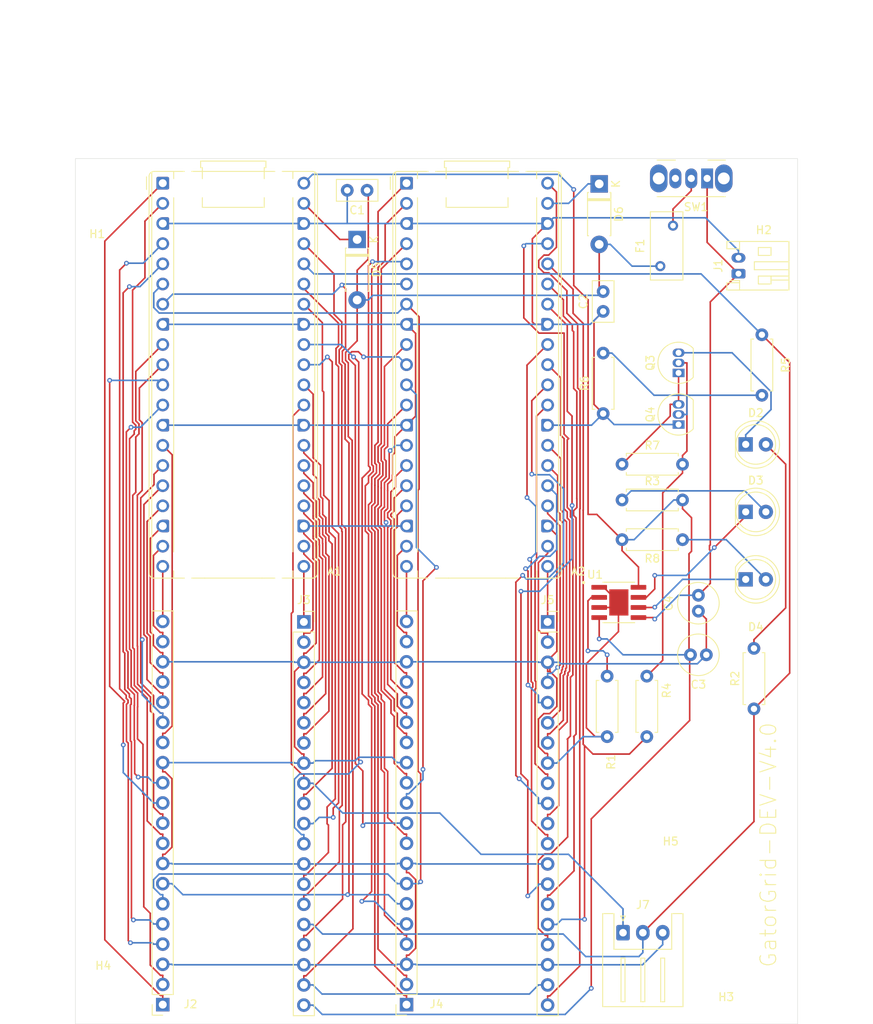
<source format=kicad_pcb>
(kicad_pcb (version 20241229) (generator "pcbnew") (generator_version "9.0")
  (layers (0 "F.Cu" signal) (2 "B.Cu" signal) (13 "F.Paste" user) (15 "B.Paste" user) (5 "F.SilkS" user "F.Silkscreen") (7 "B.SilkS" user "B.Silkscreen") (1 "F.Mask" user) (3 "B.Mask" user) (25 "Edge.Cuts" user))
  (net 0 "")
  (net 1 "GND")
  (net 2 "A_GPIO27")
  (net 3 "A_GPIO18")
  (net 4 "A_GPIO13")
  (net 5 "A_3V3(OUT)")
  (net 6 "A_GPIO2")
  (net 7 "Net-(A1-VSYS)")
  (net 8 "A_GPIO7")
  (net 9 "UART_RX")
  (net 10 "A_GPIO14")
  (net 11 "A_GPIO10")
  (net 12 "A_3V3_EN")
  (net 13 "A_GPIO0")
  (net 14 "A_GPIO6")
  (net 15 "A_GPIO19")
  (net 16 "A_GPIO26")
  (net 17 "A_RUN")
  (net 18 "A_GPIO17")
  (net 19 "A_GPIO20")
  (net 20 "A_GPIO8")
  (net 21 "A-VBUS")
  (net 22 "A_GPIO3")
  (net 23 "A_GPIO16")
  (net 24 "A_GPIO12")
  (net 25 "A_ADC_VREF")
  (net 26 "A_GPIO1")
  (net 27 "A_GPIO9")
  (net 28 "A_GPIO21")
  (net 29 "UART_TX")
  (net 30 "A_GPIO11")
  (net 31 "SENSOR_DATA")
  (net 32 "A_GPIO28")
  (net 33 "A_GPIO15")
  (net 34 "B_GPIO7")
  (net 35 "B_GPIO6")
  (net 36 "B_GPIO27")
  (net 37 "B_GPIO17")
  (net 38 "B_RUN")
  (net 39 "B_GPIO14")
  (net 40 "B_ADC_VREF")
  (net 41 "B_GPIO18")
  (net 42 "B_GPIO26")
  (net 43 "B_GPIO13")
  (net 44 "B-VBUS")
  (net 45 "B_3V3(OUT)")
  (net 46 "B_GPIO1")
  (net 47 "B_GPIO28")
  (net 48 "B_GPIO2")
  (net 49 "B_GPIO10")
  (net 50 "B_GPIO0")
  (net 51 "Net-(A2-VSYS)")
  (net 52 "B_GPIO3")
  (net 53 "B_GPIO21")
  (net 54 "B_GPIO8")
  (net 55 "B_GPIO20")
  (net 56 "B_GPIO15")
  (net 57 "B_GPIO11")
  (net 58 "B_GPIO22")
  (net 59 "B_3V3_EN")
  (net 60 "B_GPIO9")
  (net 61 "VSYS")
  (net 62 "VBAT(+)")
  (net 63 "Net-(D2-K)")
  (net 64 "Net-(D2-A)")
  (net 65 "~{CHRG}")
  (net 66 "Net-(D3-A)")
  (net 67 "Net-(D4-A)")
  (net 68 "~{STDBY}")
  (net 69 "Net-(SW1-B)")
  (net 70 "Net-(Q3-E)")
  (net 71 "Net-(Q3-B)")
  (net 72 "Net-(Q4-B)")
  (net 73 "Net-(U1-PROG)")
  (net 74 "B_GPIO16")
  (net 75 "B_GPIO12")
  (net 76 "B_GPIO19")
  (footprint "Resistor_THT:R_Axial_DIN0207_L6.3mm_D2.5mm_P7.62mm_Horizontal" (layer "F.Cu") (at 224.5 61.62 90)
    (property "Reference" "R6")
    (property "Value" "1M")
  )
  (footprint "Connector_JST:JST_XH_S3B-XH-A_1x03_P2.50mm_Horizontal" (layer "F.Cu") (at 227 127)
    (property "Reference" "J7")
    (property "Value" "Conn_01x03")
  )
  (footprint "Resistor_THT:R_Axial_DIN0207_L6.3mm_D2.5mm_P7.62mm_Horizontal" (layer "F.Cu") (at 244.5 51.69 -90)
    (property "Reference" "R5")
    (property "Value" "10k")
  )
  (footprint "LED_THT:LED_D5.0mm" (layer "F.Cu") (at 242.46 82.5)
    (property "Reference" "D4")
    (property "Value" "LED")
  )
  (footprint "Resistor_THT:R_Axial_DIN0207_L6.3mm_D2.5mm_P7.62mm_Horizontal" (layer "F.Cu") (at 234.5 77.5 180)
    (property "Reference" "R8")
    (property "Value" "1k")
  )
  (footprint "Module:RaspberryPi_Pico_Common_THT" (layer "F.Cu") (at 169 32.6)
    (property "Reference" "A1")
    (property "Value" "A-RPICO-STA")
  )
  (footprint "Fuse:Fuse_BelFuse_0ZRE0005FF_L8.3mm_W3.8mm" (layer "F.Cu") (at 231.7 43.05 90)
    (property "Reference" "F1")
    (property "Value" "Polyfuse")
  )
  (footprint "Resistor_THT:R_Axial_DIN0207_L6.3mm_D2.5mm_P7.62mm_Horizontal" (layer "F.Cu") (at 243.5 98.81 90)
    (property "Reference" "R2")
    (property "Value" "470")
  )
  (footprint "Diode_THT:D_DO-41_SOD81_P7.62mm_Horizontal" (layer "F.Cu") (at 193.5 39.69 -90)
    (property "Reference" "D5")
    (property "Value" "SS34")
  )
  (footprint "Button_Switch_THT:SW_Slide_SPDT_Angled_CK_OS102011MA1Q" (layer "F.Cu") (at 237.6 32 180)
    (property "Reference" "SW1")
    (property "Value" "SW_SPST")
  )
  (footprint "Capacitor_THT:C_Radial_D5.0mm_H11.0mm_P2.00mm" (layer "F.Cu") (at 236.5 86.5 90)
    (property "Reference" "C4")
    (property "Value" "10uF")
  )
  (footprint "Capacitor_THT:C_Disc_D5.0mm_W2.5mm_P2.50mm" (layer "F.Cu") (at 224.5 48.75 90)
    (property "Reference" "C2")
    (property "Value" "100nF")
  )
  (footprint "Connector_PinSocket_2.54mm:PinSocket_1x20_P2.54mm_Vertical" (layer "F.Cu") (at 199.72 136.06 180)
    (property "Reference" "J4")
    (property "Value" "Conn_01x20_Pin")
  )
  (footprint "MountingHole:MountingHole_3.2mm_M3_ISO7380" (layer "F.Cu") (at 245.5 33)
    (property "Reference" "H2")
    (property "Value" "MountingHole_3.2mm_M3_ISO7380")
  )
  (footprint "Connector_PinSocket_2.54mm:PinSocket_1x20_P2.54mm_Vertical" (layer "F.Cu") (at 186.78 87.86)
    (property "Reference" "J3")
    (property "Value" "Conn_01x20_Pin")
  )
  (footprint "Connector_JST:JST_PH_S2B-PH-K_1x02_P2.00mm_Horizontal" (layer "F.Cu") (at 241.55 44 90)
    (property "Reference" "J1")
    (property "Value" "Battery-Connector")
  )
  (footprint "Capacitor_THT:C_Disc_D5.0mm_W2.5mm_P2.50mm" (layer "F.Cu") (at 194.75 33.5 180)
    (property "Reference" "C1")
    (property "Value" "100nF")
  )
  (footprint "Connector_PinSocket_2.54mm:PinSocket_1x20_P2.54mm_Vertical" (layer "F.Cu") (at 169 136.06 180)
    (property "Reference" "J2")
    (property "Value" "Conn_01x20_Pin")
  )
  (footprint "Resistor_THT:R_Axial_DIN0207_L6.3mm_D2.5mm_P7.62mm_Horizontal" (layer "F.Cu") (at 225 102.31 90)
    (property "Reference" "R1")
    (property "Value" "1.2k")
  )
  (footprint "MountingHole:MountingHole_3.2mm_M3_ISO7380" (layer "F.Cu") (at 233 111)
    (property "Reference" "H5")
    (property "Value" "MountingHole_3.2mm_M3_ISO7380")
  )
  (footprint "Resistor_THT:R_Axial_DIN0207_L6.3mm_D2.5mm_P7.62mm_Horizontal" (layer "F.Cu") (at 226.88 68)
    (property "Reference" "R7")
    (property "Value" "1M")
  )
  (footprint "LED_THT:LED_D5.0mm" (layer "F.Cu") (at 242.46 65.5)
    (property "Reference" "D2")
    (property "Value" "POWER_LED")
  )
  (footprint "MountingHole:MountingHole_3.2mm_M3_ISO7380" (layer "F.Cu") (at 161.5 33)
    (property "Reference" "H1")
    (property "Value" "MountingHole_3.2mm_M3_ISO7380")
  )
  (footprint "LED_THT:LED_D5.0mm" (layer "F.Cu") (at 242.46 74)
    (property "Reference" "D3")
    (property "Value" "LED")
  )
  (footprint "Capacitor_THT:C_Radial_D5.0mm_H11.0mm_P2.00mm" (layer "F.Cu") (at 237.5 92 180)
    (property "Reference" "C3")
    (property "Value" "10uF")
  )
  (footprint "Diode_THT:D_DO-41_SOD81_P7.62mm_Horizontal" (layer "F.Cu") (at 224 32.69 -90)
    (property "Reference" "D6")
    (property "Value" "SS34")
  )
  (footprint "Package_TO_SOT_THT:TO-92_Inline" (layer "F.Cu") (at 234 56.5 90)
    (property "Reference" "Q3")
    (property "Value" "2N3904")
  )
  (footprint "Resistor_THT:R_Axial_DIN0207_L6.3mm_D2.5mm_P7.62mm_Horizontal" (layer "F.Cu") (at 226.88 72.5)
    (property "Reference" "R3")
    (property "Value" "1k")
  )
  (footprint "MountingHole:MountingHole_3.2mm_M3_ISO7380" (layer "F.Cu") (at 245.5 135)
    (property "Reference" "H3")
    (property "Value" "MountingHole_3.2mm_M3_ISO7380")
  )
  (footprint "Connector_PinSocket_2.54mm:PinSocket_1x20_P2.54mm_Vertical" (layer "F.Cu") (at 217.5 87.86)
    (property "Reference" "J5")
    (property "Value" "Conn_01x20_Pin")
  )
  (footprint "MountingHole:MountingHole_3.2mm_M3_ISO7380" (layer "F.Cu") (at 161.5 135)
    (property "Reference" "H4")
    (property "Value" "MountingHole_3.2mm_M3_ISO7380")
  )
  (footprint "TP4056:SOP127P600X175-9N" (layer "F.Cu") (at 226.475 85.405)
    (property "Reference" "U1")
    (property "Value" "TP4056")
  )
  (footprint "Module:RaspberryPi_Pico_Common_THT" (layer "F.Cu") (at 199.72 32.6)
    (property "Reference" "A2")
    (property "Value" "B-RPICO-AP")
  )
  (footprint "Package_TO_SOT_THT:TO-92_Inline" (layer "F.Cu") (at 234 63 90)
    (property "Reference" "Q4")
    (property "Value" "2N3904")
  )
  (footprint "Resistor_THT:R_Axial_DIN0207_L6.3mm_D2.5mm_P7.62mm_Horizontal" (layer "F.Cu") (at 230 102.31 90)
    (property "Reference" "R4")
    (property "Value" "10k")
  )
  (gr_rect (start 158 29.5) (end 249 138.5) (stroke (width 0.05)) (fill no) (layer "Edge.Cuts"))
  (gr_text "GatorGrid-DEV-V4.0" (at 246.5 131.5 90) (layer "F.SilkS") (effects (font (size 2 2) (thickness 0.125)) (justify left bottom)))
  (segment (start 170.1636 116.2332) (end 169.2685 117.1283) (width 0.2) (layer "F.Cu") (net 1))
  (segment (start 197.1412 75.3307) (end 196.9401 75.1296) (width 0.2) (layer "F.Cu") (net 1))
  (segment (start 169 91.7283) (end 168.7315 91.7283) (width 0.2) (layer "F.Cu") (net 1))
  (segment (start 196.9401 75.1296) (end 196.9401 73.9412) (width 0.2) (layer "F.Cu") (net 1))
  (segment (start 218.6615 76.9415) (end 218.6615 91.5615) (width 0.2) (layer "F.Cu") (net 1))
  (segment (start 200.8625 51.5225) (end 199.72 50.38) (width 0.2) (layer "F.Cu") (net 1))
  (segment (start 170.1636 107.6074) (end 170.1636 116.2332) (width 0.2) (layer "F.Cu") (net 1))
  (segment (start 187.068 91.7883) (end 186.78 91.7883) (width 0.2) (layer "F.Cu") (net 1))
  (segment (start 196.9401 73.9412) (end 197.1043 73.777) (width 0.2) (layer "F.Cu") (net 1))
  (segment (start 216.3482 100.083) (end 216.3482 103.5771) (width 0.2) (layer "F.Cu") (net 1))
  (segment (start 199.72 130.98) (end 199.72 129.8283) (width 0.2) (layer "F.Cu") (net 1))
  (segment (start 217.7879 94.0917) (end 218.6606 94.9644) (width 0.2) (layer "F.Cu") (net 1))
  (segment (start 217.0229 99.4083) (end 216.3482 100.083) (width 0.2) (layer "F.Cu") (net 1))
  (segment (start 222.3854 101.1954) (end 223.5 102.31) (width 0.2) (layer "F.Cu") (net 1))
  (segment (start 169.2685 117.1283) (end 169 117.1283) (width 0.2) (layer "F.Cu") (net 1))
  (segment (start 185.6176 94.1024) (end 186.78 92.94) (width 0.2) (layer "F.Cu") (net 1))
  (segment (start 217.4298 104.418) (end 217.4298 104.4181) (width 0.2) (layer "F.Cu") (net 1))
  (segment (start 218.6615 91.5615) (end 217.7879 92.4351) (width 0.2) (layer "F.Cu") (net 1))
  (segment (start 217.1891 104.418) (end 217.4298 104.418) (width 0.2) (layer "F.Cu") (net 1))
  (segment (start 169 118.28) (end 169 117.1283) (width 0.2) (layer "F.Cu") (net 1))
  (segment (start 223.3446 60.4646) (end 223.3446 49.9054) (width 0.2) (layer "F.Cu") (net 1))
  (segment (start 200.8717 120.3149) (end 199.9885 119.4317) (width 0.2) (layer "F.Cu") (net 1))
  (segment (start 167.433 89.1213) (end 167.8212 89.5095) (width 0.2) (layer "F.Cu") (net 1))
  (segment (start 218.6606 98.4997) (end 217.752 99.4083) (width 0.2) (layer "F.Cu") (net 1))
  (segment (start 169.2879 106.7317) (end 170.1636 107.6074) (width 0.2) (layer "F.Cu") (net 1))
  (segment (start 222.3854 101.1954) (end 222.3854 93.1146) (width 0.2) (layer "F.Cu") (net 1))
  (segment (start 223.3446 49.9054) (end 224.5 48.75) (width 0.2) (layer "F.Cu") (net 1))
  (segment (start 186.78 75.78) (end 186.78 76.7487) (width 0.2) (layer "F.Cu") (net 1))
  (segment (start 186.78 105.64) (end 186.78 104.4883) (width 0.2) (layer "F.Cu") (net 1))
  (segment (start 199.72 63.08) (end 200.8625 61.9375) (width 0.2) (layer "F.Cu") (net 1))
  (segment (start 224 83.5) (end 224.57 83.5) (width 0.2) (layer "F.Cu") (net 1))
  (segment (start 197.9801 69.334) (end 197.9801 66.8217) (width 0.2) (layer "F.Cu") (net 1))
  (segment (start 200.8717 128.9646) (end 200.8717 120.3149) (width 0.2) (layer "F.Cu") (net 1))
  (segment (start 216.3482 103.5771) (end 217.1891 104.418) (width 0.2) (layer "F.Cu") (net 1))
  (segment (start 237.5 87.5) (end 236.5 86.5) (width 0.2) (layer "F.Cu") (net 1))
  (segment (start 187.9317 79.8834) (end 188.3334 80.2851) (width 0.2) (layer "F.Cu") (net 1))
  (segment (start 224 86.04) (end 225.84 86.04) (width 0.2) (layer "F.Cu") (net 1))
  (segment (start 217.5 37.68) (end 215.5768 39.6032) (width 0.2) (layer "F.Cu") (net 1))
  (segment (start 186.78 104.4883) (end 186.5238 104.4883) (width 0.2) (layer "F.Cu") (net 1))
  (segment (start 186.78 92.94) (end 186.78 91.7883) (width 0.2) (layer "F.Cu") (net 1))
  (segment (start 169 106.7317) (end 169.2879 106.7317) (width 0.2) (layer "F.Cu") (net 1))
  (segment (start 188.3334 90.5229) (end 187.068 91.7883) (width 0.2) (layer "F.Cu") (net 1))
  (segment (start 199.72 118.28) (end 199.72 119.4317) (width 0.2) (layer "F.Cu") (net 1))
  (segment (start 198.2619 66.5399) (end 198.2619 64.5381) (width 0.2) (layer "F.Cu") (net 1))
  (segment (start 188.3334 80.2851) (end 188.3334 90.5229) (width 0.2) (layer "F.Cu") (net 1))
  (segment (start 217.7879 92.4351) (end 217.7879 94.0917) (width 0.2) (layer "F.Cu") (net 1))
  (segment (start 197.3418 70.5043) (end 197.9435 69.9026) (width 0.2) (layer "F.Cu") (net 1))
  (segment (start 199.9885 119.4317) (end 199.72 119.4317) (width 0.2) (layer "F.Cu") (net 1))
  (segment (start 186.5238 104.4883) (end 185.6176 103.5821) (width 0.2) (layer "F.Cu") (net 1))
  (segment (start 197.3418 71.3177) (end 197.3418 70.5043) (width 0.2) (layer "F.Cu") (net 1))
  (segment (start 215.5768 50.0768) (end 215.88 50.38) (width 0.2) (layer "F.Cu") (net 1))
  (segment (start 186.78 76.7487) (end 187.9317 77.9004) (width 0.2) (layer "F.Cu") (net 1))
  (segment (start 224.57 83.5) (end 226.475 85.405) (width 0.2) (layer "F.Cu") (net 1))
  (segment (start 168.7315 91.7283) (end 167.8212 90.818) (width 0.2) (layer "F.Cu") (net 1))
  (segment (start 200.8625 61.9375) (end 200.8625 51.5225) (width 0.2) (layer "F.Cu") (net 1))
  (segment (start 222.3854 93.1146) (end 226.4258 89.0742) (width 0.2) (layer "F.Cu") (net 1))
  (segment (start 187.9317 77.9004) (end 187.9317 79.8834) (width 0.2) (layer "F.Cu") (net 1))
  (segment (start 217.4298 104.4181) (end 217.5 104.4883) (width 0.2) (layer "F.Cu") (net 1))
  (segment (start 237.5 92) (end 237.5 87.5) (width 0.2) (layer "F.Cu") (net 1))
  (segment (start 197.9435 69.9026) (end 197.9435 69.3706) (width 0.2) (layer "F.Cu") (net 1))
  (segment (start 169 92.88) (end 169 91.7283) (width 0.2) (layer "F.Cu") (net 1))
  (segment (start 197.1403 73.777) (end 197.3403 73.577) (width 0.2) (layer "F.Cu") (net 1))
  (segment (start 200.008 129.8283) (end 200.8717 128.9646) (width 0.2) (layer "F.Cu") (net 1))
  (segment (start 215.5768 39.6032) (end 215.5768 50.0768) (width 0.2) (layer "F.Cu") (net 1))
  (segment (start 217.5 92.94) (end 217.5 94.0917) (width 0.2) (layer "F.Cu") (net 1))
  (segment (start 197.3403 71.3192) (end 197.3418 71.3177) (width 0.2) (layer "F.Cu") (net 1))
  (segment (start 169 105.58) (end 169 106.7317) (width 0.2) (layer "F.Cu") (net 1))
  (segment (start 217.5 94.0917) (end 217.7879 94.0917) (width 0.2) (layer "F.Cu") (net 1))
  (segment (start 197.3403 73.577) (end 197.3403 71.3192) (width 0.2) (layer "F.Cu") (net 1))
  (segment (start 217.752 99.4083) (end 217.0229 99.4083) (width 0.2) (layer "F.Cu") (net 1))
  (segment (start 167.433 77.347) (end 169 75.78) (width 0.2) (layer "F.Cu") (net 1))
  (segment (start 226.4258 89.0742) (end 226.4258 86.3073) (width 0.2) (layer "F.Cu") (net 1))
  (segment (start 185.6176 103.5821) (end 185.6176 94.1024) (width 0.2) (layer "F.Cu") (net 1))
  (segment (start 224.5 61.62) (end 223.3446 60.4646) (width 0.2) (layer "F.Cu") (net 1))
  (segment (start 197.9435 69.3706) (end 197.9801 69.334) (width 0.2) (layer "F.Cu") (net 1))
  (segment (start 225.84 86.04) (end 226.475 85.405) (width 0.2) (layer "F.Cu") (net 1))
  (segment (start 217.5 105.64) (end 217.5 104.4883) (width 0.2) (layer "F.Cu") (net 1))
  (segment (start 198.2619 64.5381) (end 199.72 63.08) (width 0.2) (layer "F.Cu") (net 1))
  (segment (start 218.6606 94.9644) (end 218.6606 98.4997) (width 0.2) (layer "F.Cu") (net 1))
  (segment (start 223.5 102.31) (end 225 102.31) (width 0.2) (layer "F.Cu") (net 1))
  (segment (start 167.433 89.1213) (end 167.433 77.347) (width 0.2) (layer "F.Cu") (net 1))
  (segment (start 167.8212 90.818) (end 167.8212 89.5095) (width 0.2) (layer "F.Cu") (net 1))
  (segment (start 217.5 75.78) (end 218.6615 76.9415) (width 0.2) (layer "F.Cu") (net 1))
  (segment (start 215.88 50.38) (end 217.5 50.38) (width 0.2) (layer "F.Cu") (net 1))
  (segment (start 197.1043 73.777) (end 197.1403 73.777) (width 0.2) (layer "F.Cu") (net 1))
  (segment (start 197.9801 66.8217) (end 198.2619 66.5399) (width 0.2) (layer "F.Cu") (net 1))
  (segment (start 199.72 129.8283) (end 200.008 129.8283) (width 0.2) (layer "F.Cu") (net 1))
  (via (at 197.1412 75.3307) (size 0.6) (drill 0.3) (layers "F.Cu" "B.Cu") (net 1))
  (segment (start 217.5 131.04) (end 200.9317 131.04) (width 0.2) (layer "B.Cu") (net 1))
  (segment (start 185.5683 92.88) (end 185.6283 92.94) (width 0.2) (layer "B.Cu") (net 1))
  (segment (start 199.72 105.58) (end 198.5683 105.58) (width 0.2) (layer "B.Cu") (net 1))
  (segment (start 197.1412 75.78) (end 199.72 75.78) (width 0.2) (layer "B.Cu") (net 1))
  (segment (start 199.72 118.28) (end 198.5683 118.28) (width 0.2) (layer "B.Cu") (net 1))
  (segment (start 185.5683 105.58) (end 185.6283 105.64) (width 0.2) (layer "B.Cu") (net 1))
  (segment (start 241.55 41.0983) (end 237.4118 36.9601) (width 0.2) (layer "B.Cu") (net 1))
  (segment (start 217.5 105.64) (end 218.6517 105.64) (width 0.2) (layer "B.Cu") (net 1))
  (segment (start 218.2199 36.9601) (end 217.5 37.68) (width 0.2) (layer "B.Cu") (net 1))
  (segment (start 186.78 118.34) (end 198.5083 118.34) (width 0.2) (layer "B.Cu") (net 1))
  (segment (start 170.1517 118.28) (end 170.2117 118.34) (width 0.2) (layer "B.Cu") (net 1))
  (segment (start 192.25 33.5) (end 192.25 37.68) (width 0.2) (layer "B.Cu") (net 1))
  (segment (start 198.5083 131.04) (end 186.78 131.04) (width 0.2) (layer "B.Cu") (net 1))
  (segment (start 199.1442 92.88) (end 198.5683 92.88) (width 0.2) (layer "B.Cu") (net 1))
  (segment (start 217.5 37.68) (end 199.72 37.68) (width 0.2) (layer "B.Cu") (net 1))
  (segment (start 199.72 50.38) (end 186.78 50.38) (width 0.2) (layer "B.Cu") (net 1))
  (segment (start 199.72 92.88) (end 216.2883 92.88) (width 0.2) (layer "B.Cu") (net 1))
  (segment (start 217.5 92.94) (end 216.3483 92.94) (width 0.2) (layer "B.Cu") (net 1))
  (segment (start 224.5 48.75) (end 222.87 50.38) (width 0.2) (layer "B.Cu") (net 1))
  (segment (start 198.5683 105.58) (end 197.8904 104.9021) (width 0.2) (layer "B.Cu") (net 1))
  (segment (start 199.72 118.28) (end 200.8717 118.28) (width 0.2) (layer "B.Cu") (net 1))
  (segment (start 198.5083 118.34) (end 198.5683 118.28) (width 0.2) (layer "B.Cu") (net 1))
  (segment (start 169 130.98) (end 170.1517 130.98) (width 0.2) (layer "B.Cu") (net 1))
  (segment (start 200.9317 131.04) (end 200.8717 130.98) (width 0.2) (layer "B.Cu") (net 1))
  (segment (start 197.1412 75.78) (end 197.1412 75.3307) (width 0.2) (layer "B.Cu") (net 1))
  (segment (start 169 50.38) (end 186.78 50.38) (width 0.2) (layer "B.Cu") (net 1))
  (segment (start 218.6517 105.64) (end 221.9817 102.31) (width 0.2) (layer "B.Cu") (net 1))
  (segment (start 186.78 131.04) (end 170.2117 131.04) (width 0.2) (layer "B.Cu") (net 1))
  (segment (start 232 127) (end 232 128.5) (width 0.2) (layer "B.Cu") (net 1))
  (segment (start 186.78 105.64) (end 187.9317 105.64) (width 0.2) (layer "B.Cu") (net 1))
  (segment (start 229.46 131.04) (end 217.5 131.04) (width 0.2) (layer "B.Cu") (net 1))
  (segment (start 200.9317 118.34) (end 200.8717 118.28) (width 0.2) (layer "B.Cu") (net 1))
  (segment (start 186.78 37.68) (end 192.25 37.68) (width 0.2) (layer "B.Cu") (net 1))
  (segment (start 217.5 63.08) (end 223.04 63.08) (width 0.2) (layer "B.Cu") (net 1))
  (segment (start 192.25 37.68) (end 199.72 37.68) (width 0.2) (layer "B.Cu") (net 1))
  (segment (start 186.2042 92.94) (end 185.6283 92.94) (width 0.2) (layer "B.Cu") (net 1))
  (segment (start 169 105.58) (end 185.5683 105.58) (width 0.2) (layer "B.Cu") (net 1))
  (segment (start 219.1572 93.131) (end 218.9662 92.94) (width 0.2) (layer "B.Cu") (net 1))
  (segment (start 198.5083 92.94) (end 198.5683 92.88) (width 0.2) (layer "B.Cu") (net 1))
  (segment (start 217.5 50.38) (end 199.72 50.38) (width 0.2) (layer "B.Cu") (net 1))
  (segment (start 225.88 63) (end 224.5 61.62) (width 0.2) (layer "B.Cu") (net 1))
  (segment (start 186.78 105.64) (end 185.6283 105.64) (width 0.2) (layer "B.Cu") (net 1))
  (segment (start 186.78 75.78) (end 197.1412 75.78) (width 0.2) (layer "B.Cu") (net 1))
  (segment (start 170.2117 118.34) (end 186.78 118.34) (width 0.2) (layer "B.Cu") (net 1))
  (segment (start 221.9817 102.31) (end 225 102.31) (width 0.2) (layer "B.Cu") (net 1))
  (segment (start 223.04 63.08) (end 224.5 61.62) (width 0.2) (layer "B.Cu") (net 1))
  (segment (start 237.5 92) (end 236.369 93.131) (width 0.2) (layer "B.Cu") (net 1))
  (segment (start 186.78 92.94) (end 198.5083 92.94) (width 0.2) (layer "B.Cu") (net 1))
  (segment (start 217.5 92.94) (end 218.9662 92.94) (width 0.2) (layer "B.Cu") (net 1))
  (segment (start 216.2883 92.88) (end 216.3483 92.94) (width 0.2) (layer "B.Cu") (net 1))
  (segment (start 169 63.08) (end 186.78 63.08) (width 0.2) (layer "B.Cu") (net 1))
  (segment (start 193.6882 104.9021) (end 193.2548 105.3355) (width 0.2) (layer "B.Cu") (net 1))
  (segment (start 234 63) (end 225.88 63) (width 0.2) (layer "B.Cu") (net 1))
  (segment (start 193.2548 105.3356) (end 188.2361 105.3356) (width 0.2) (layer "B.Cu") (net 1))
  (segment (start 222.87 50.38) (end 217.5 50.38) (width 0.2) (layer "B.Cu") (net 1))
  (segment (start 193.2548 105.3355) (end 193.2548 105.3356) (width 0.2) (layer "B.Cu") (net 1))
  (segment (start 199.72 130.98) (end 198.5683 130.98) (width 0.2) (layer "B.Cu") (net 1))
  (segment (start 198.5683 130.98) (end 198.5083 131.04) (width 0.2) (layer "B.Cu") (net 1))
  (segment (start 237.4118 36.9601) (end 218.2199 36.9601) (width 0.2) (layer "B.Cu") (net 1))
  (segment (start 170.2117 131.04) (end 170.1517 130.98) (width 0.2) (layer "B.Cu") (net 1))
  (segment (start 188.2361 105.3356) (end 187.9317 105.64) (width 0.2) (layer "B.Cu") (net 1))
  (segment (start 169 118.28) (end 170.1517 118.28) (width 0.2) (layer "B.Cu") (net 1))
  (segment (start 186.78 63.08) (end 199.72 63.08) (width 0.2) (layer "B.Cu") (net 1))
  (segment (start 236.369 93.131) (end 219.1572 93.131) (width 0.2) (layer "B.Cu") (net 1))
  (segment (start 232 128.5) (end 229.46 131.04) (width 0.2) (layer "B.Cu") (net 1))
  (segment (start 217.5 118.34) (end 200.9317 118.34) (width 0.2) (layer "B.Cu") (net 1))
  (segment (start 169 92.88) (end 185.5683 92.88) (width 0.2) (layer "B.Cu") (net 1))
  (segment (start 169 37.68) (end 186.78 37.68) (width 0.2) (layer "B.Cu") (net 1))
  (segment (start 199.72 130.98) (end 200.8717 130.98) (width 0.2) (layer "B.Cu") (net 1))
  (segment (start 241.55 42) (end 241.55 41.0983) (width 0.2) (layer "B.Cu") (net 1))
  (segment (start 197.8904 104.9021) (end 193.6882 104.9021) (width 0.2) (layer "B.Cu") (net 1))
  (segment (start 193.6942 105.2607) (end 193.6942 55.1351) (width 0.2) (layer "F.Cu") (net 2))
  (segment (start 193.9373 105.5038) (end 193.6942 105.2607) (width 0.2) (layer "F.Cu") (net 2))
  (segment (start 193.6942 55.1351) (end 193.0442 54.4851) (width 0.2) (layer "F.Cu") (net 2))
  (via (at 193.0442 54.4851) (size 0.6) (drill 0.3) (layers "F.Cu" "B.Cu") (net 2))
  (via (at 193.9373 105.5038) (size 0.6) (drill 0.3) (layers "F.Cu" "B.Cu") (net 2))
  (segment (start 186.78 114.6483) (end 186.4921 114.6483) (width 0.2) (layer "B.Cu") (net 2))
  (segment (start 185.589 113.7452) (end 185.589 107.6763) (width 0.2) (layer "B.Cu") (net 2))
  (segment (start 186.78 115.8) (end 186.78 114.6483) (width 0.2) (layer "B.Cu") (net 2))
  (segment (start 185.589 107.6763) (end 186.2586 107.0067) (width 0.2) (layer "B.Cu") (net 2))
  (segment (start 186.2586 107.0067) (end 192.4344 107.0067) (width 0.2) (layer "B.Cu") (net 2))
  (segment (start 186.4921 114.6483) (end 185.589 113.7452) (width 0.2) (layer "B.Cu") (net 2))
  (segment (start 192.4344 107.0067) (end 193.9373 105.5038) (width 0.2) (layer "B.Cu") (net 2))
  (segment (start 193.0442 54.4851) (end 191.4791 52.92) (width 0.2) (layer "B.Cu") (net 2))
  (segment (start 191.4791 52.92) (end 186.78 52.92) (width 0.2) (layer "B.Cu") (net 2))
  (segment (start 186.78 95.48) (end 186.78 94.3283) (width 0.2) (layer "F.Cu") (net 3))
  (segment (start 186.78 74.2114) (end 186.78 73.24) (width 0.2) (layer "F.Cu") (net 3))
  (segment (start 187.9513 77.352) (end 187.9513 77.0535) (width 0.2) (layer "F.Cu") (net 3))
  (segment (start 187.9498 77.052) (end 187.9498 75.3812) (width 0.2) (layer "F.Cu") (net 3))
  (segment (start 187.9498 75.3812) (end 186.78 74.2114) (width 0.2) (layer "F.Cu") (net 3))
  (segment (start 187.068 94.3283) (end 186.78 94.3283) (width 0.2) (layer "F.Cu") (net 3))
  (segment (start 187.9513 77.0535) (end 187.9498 77.052) (width 0.2) (layer "F.Cu") (net 3))
  (segment (start 188.3334 78.3021) (end 188.3515 78.3202) (width 0.2) (layer "F.Cu") (net 3))
  (segment (start 188.3515 78.3202) (end 188.3515 79.7352) (width 0.2) (layer "F.Cu") (net 3))
  (segment (start 188.3515 79.7352) (end 188.7351 80.1188) (width 0.2) (layer "F.Cu") (net 3))
  (segment (start 187.9513 77.352) (end 188.3334 77.7341) (width 0.2) (layer "F.Cu") (net 3))
  (segment (start 188.7351 80.1188) (end 188.7351 92.6612) (width 0.2) (layer "F.Cu") (net 3))
  (segment (start 188.7351 92.6612) (end 187.068 94.3283) (width 0.2) (layer "F.Cu") (net 3))
  (segment (start 188.3334 77.7341) (end 188.3334 78.3021) (width 0.2) (layer "F.Cu") (net 3))
  (segment (start 167.0313 89.2876) (end 167.0313 75.2087) (width 0.2) (layer "F.Cu") (net 4))
  (segment (start 167.0313 75.2087) (end 169 73.24) (width 0.2) (layer "F.Cu") (net 4))
  (segment (start 168.708 94.2683) (end 167.4195 92.9798) (width 0.2) (layer "F.Cu") (net 4))
  (segment (start 167.4195 89.6758) (end 167.0313 89.2876) (width 0.2) (layer "F.Cu") (net 4))
  (segment (start 169 95.42) (end 169 94.2683) (width 0.2) (layer "F.Cu") (net 4))
  (segment (start 167.4195 92.9798) (end 167.4195 89.6758) (width 0.2) (layer "F.Cu") (net 4))
  (segment (start 169 94.2683) (end 168.708 94.2683) (width 0.2) (layer "F.Cu") (net 4))
  (segment (start 243.5 98.81) (end 248 94.31) (width 0.2) (layer "F.Cu") (net 5))
  (segment (start 248 94.31) (end 248 55.19) (width 0.2) (layer "F.Cu") (net 5))
  (segment (start 248 55.19) (end 244.5 51.69) (width 0.2) (layer "F.Cu") (net 5))
  (segment (start 229.5 127) (end 243.5 113) (width 0.2) (layer "F.Cu") (net 5))
  (segment (start 243.5 113) (end 243.5 98.81) (width 0.2) (layer "F.Cu") (net 5))
  (segment (start 236.84 44.03) (end 244.5 51.69) (width 0.2) (layer "B.Cu") (net 5))
  (segment (start 222.2949 130) (end 219.4649 127.17) (width 0.2) (layer "B.Cu") (net 5))
  (segment (start 229.5 129.5) (end 229 130) (width 0.2) (layer "B.Cu") (net 5))
  (segment (start 187.9317 125.96) (end 186.78 125.96) (width 0.2) (layer "B.Cu") (net 5))
  (segment (start 188.05 44.03) (end 236.84 44.03) (width 0.2) (layer "B.Cu") (net 5))
  (segment (start 189.1417 127.17) (end 187.9317 125.96) (width 0.2) (layer "B.Cu") (net 5))
  (segment (start 219.4649 127.17) (end 189.1417 127.17) (width 0.2) (layer "B.Cu") (net 5))
  (segment (start 229 130) (end 222.2949 130) (width 0.2) (layer "B.Cu") (net 5))
  (segment (start 229.5 127) (end 229.5 129.5) (width 0.2) (layer "B.Cu") (net 5))
  (segment (start 186.78 42.76) (end 188.05 44.03) (width 0.2) (layer "B.Cu") (net 5))
  (segment (start 164.4295 102.8995) (end 164.6577 103.1277) (width 0.2) (layer "F.Cu") (net 6))
  (segment (start 164.3983 97.4819) (end 164.6295 97.7131) (width 0.2) (layer "F.Cu") (net 6))
  (segment (start 163.5699 96.275) (end 164.3983 97.1034) (width 0.2) (layer "F.Cu") (net 6))
  (segment (start 164.6577 103.1277) (end 164.6577 127.9947) (width 0.2) (layer "F.Cu") (net 6))
  (segment (start 164.6295 98.0457) (end 164.4295 98.2457) (width 0.2) (layer "F.Cu") (net 6))
  (segment (start 164.3983 97.1034) (end 164.3983 97.4819) (width 0.2) (layer "F.Cu") (net 6))
  (segment (start 164.428 42.6795) (end 163.5699 43.5376) (width 0.2) (layer "F.Cu") (net 6))
  (segment (start 164.4295 98.2457) (end 164.4295 102.8995) (width 0.2) (layer "F.Cu") (net 6))
  (segment (start 163.5699 43.5376) (end 163.5699 96.275) (width 0.2) (layer "F.Cu") (net 6))
  (segment (start 164.6295 97.7131) (end 164.6295 98.0457) (width 0.2) (layer "F.Cu") (net 6))
  (segment (start 164.6577 127.9947) (end 164.9331 128.2701) (width 0.2) (layer "F.Cu") (net 6))
  (via (at 164.9331 128.2701) (size 0.6) (drill 0.3) (layers "F.Cu" "B.Cu") (net 6))
  (via (at 164.428 42.6795) (size 0.6) (drill 0.3) (layers "F.Cu" "B.Cu") (net 6))
  (segment (start 164.9331 128.2701) (end 167.6784 128.2701) (width 0.2) (layer "B.Cu") (net 6))
  (segment (start 169 128.44) (end 167.8483 128.44) (width 0.2) (layer "B.Cu") (net 6))
  (segment (start 167.6784 128.2701) (end 167.8483 128.44) (width 0.2) (layer "B.Cu") (net 6))
  (segment (start 169 40.22) (end 166.5405 42.6795) (width 0.2) (layer "B.Cu") (net 6))
  (segment (start 166.5405 42.6795) (end 164.428 42.6795) (width 0.2) (layer "B.Cu") (net 6))
  (segment (start 191.33 39.69) (end 193.5 39.69) (width 0.2) (layer "F.Cu") (net 7))
  (segment (start 186.78 35.14) (end 191.33 39.69) (width 0.2) (layer "F.Cu") (net 7))
  (segment (start 166.0601 62.4116) (end 166.0601 58.3999) (width 0.2) (layer "F.Cu") (net 8))
  (segment (start 165.8043 71.9021) (end 165.8043 90.8983) (width 0.2) (layer "F.Cu") (net 8))
  (segment (start 165.8256 95.6907) (end 167.4466 97.3117) (width 0.2) (layer "F.Cu") (net 8))
  (segment (start 169 113.2) (end 169 112.0483) (width 0.2) (layer "F.Cu") (net 8))
  (segment (start 167.8483 111.1982) (end 168.6984 112.0483) (width 0.2) (layer "F.Cu") (net 8))
  (segment (start 165.8043 90.8983) (end 165.8256 90.9196) (width 0.2) (layer "F.Cu") (net 8))
  (segment (start 168.6984 112.0483) (end 169 112.0483) (width 0.2) (layer "F.Cu") (net 8))
  (segment (start 166.0601 58.3999) (end 169 55.46) (width 0.2) (layer "F.Cu") (net 8))
  (segment (start 167.8483 99.4782) (end 167.8483 111.1982) (width 0.2) (layer "F.Cu") (net 8))
  (segment (start 167.4466 99.0765) (end 167.8483 99.4782) (width 0.2) (layer "F.Cu") (net 8))
  (segment (start 166.406 71.3004) (end 165.8043 71.9021) (width 0.2) (layer "F.Cu") (net 8))
  (segment (start 165.8256 90.9196) (end 165.8256 95.6907) (width 0.2) (layer "F.Cu") (net 8))
  (segment (start 167.4466 97.3117) (end 167.4466 99.0765) (width 0.2) (layer "F.Cu") (net 8))
  (segment (start 166.406 62.7575) (end 166.406 71.3004) (width 0.2) (layer "F.Cu") (net 8))
  (segment (start 166.0601 62.4116) (end 166.406 62.7575) (width 0.2) (layer "F.Cu") (net 8))
  (segment (start 192.466 122.044) (end 192.3017 122.2083) (width 0.2) (layer "F.Cu") (net 9))
  (segment (start 191.6391 53.7523) (end 191.6391 55.0668) (width 0.2) (layer "F.Cu") (net 9))
  (segment (start 192.0408 45.8923) (end 192.0408 53.3506) (width 0.2) (layer "F.Cu") (net 9))
  (segment (start 191.5727 45.4242) (end 192.0408 45.8923) (width 0.2) (layer "F.Cu") (net 9))
  (segment (start 191.6391 55.0668) (end 191.981 55.4087) (width 0.2) (layer "F.Cu") (net 9))
  (segment (start 191.981 64.8394) (end 192.466 65.3244) (width 0.2) (layer "F.Cu") (net 9))
  (segment (start 192.0408 53.3506) (end 191.6391 53.7523) (width 0.2) (layer "F.Cu") (net 9))
  (segment (start 192.466 65.3244) (end 192.466 122.044) (width 0.2) (layer "F.Cu") (net 9))
  (segment (start 191.981 55.4087) (end 191.981 64.8394) (width 0.2) (layer "F.Cu") (net 9))
  (via (at 191.5727 45.4242) (size 0.6) (drill 0.3) (layers "F.Cu" "B.Cu") (net 9))
  (via (at 192.3017 122.2083) (size 0.6) (drill 0.3) (layers "F.Cu" "B.Cu") (net 9))
  (segment (start 169 120.82) (end 170.1517 120.82) (width 0.2) (layer "B.Cu") (net 9))
  (segment (start 199.72 45.3) (end 191.6969 45.3) (width 0.2) (layer "B.Cu") (net 9))
  (segment (start 171.54 122.2083) (end 192.3017 122.2083) (width 0.2) (layer "B.Cu") (net 9))
  (segment (start 170.1517 120.82) (end 171.54 122.2083) (width 0.2) (layer "B.Cu") (net 9))
  (segment (start 199.72 123.36) (end 198.5683 123.36) (width 0.2) (layer "B.Cu") (net 9))
  (segment (start 191.6969 45.3) (end 191.5727 45.4242) (width 0.2) (layer "B.Cu") (net 9))
  (segment (start 190.4269 46.57) (end 170.27 46.57) (width 0.2) (layer "B.Cu") (net 9))
  (segment (start 198.5683 123.36) (end 197.4166 122.2083) (width 0.2) (layer "B.Cu") (net 9))
  (segment (start 191.5727 45.4242) (end 190.4269 46.57) (width 0.2) (layer "B.Cu") (net 9))
  (segment (start 170.27 46.57) (end 169 47.84) (width 0.2) (layer "B.Cu") (net 9))
  (segment (start 197.4166 122.2083) (end 192.3017 122.2083) (width 0.2) (layer "B.Cu") (net 9))
  (segment (start 167.8347 79.4853) (end 169 78.32) (width 0.2) (layer "F.Cu") (net 10))
  (segment (start 169 90.34) (end 169 89.1883) (width 0.2) (layer "F.Cu") (net 10))
  (segment (start 167.8347 88.3225) (end 167.8347 79.4853) (width 0.2) (layer "F.Cu") (net 10))
  (segment (start 168.7005 89.1883) (end 167.8347 88.3225) (width 0.2) (layer "F.Cu") (net 10))
  (segment (start 169 89.1883) (end 168.7005 89.1883) (width 0.2) (layer "F.Cu") (net 10))
  (segment (start 170.1916 66.8116) (end 170.1916 100.9652) (width 0.2) (layer "F.Cu") (net 11))
  (segment (start 169 103.04) (end 169 101.8883) (width 0.2) (layer "F.Cu") (net 11))
  (segment (start 170.1916 100.9652) (end 169.2685 101.8883) (width 0.2) (layer "F.Cu") (net 11))
  (segment (start 169 65.62) (end 170.1916 66.8116) (width 0.2) (layer "F.Cu") (net 11))
  (segment (start 169.2685 101.8883) (end 169 101.8883) (width 0.2) (layer "F.Cu") (net 11))
  (segment (start 192.0643 113.029) (end 192.0643 76.0957) (width 0.2) (layer "F.Cu") (net 12))
  (segment (start 191.5581 75.5895) (end 192.0643 76.0957) (width 0.2) (layer "F.Cu") (net 12))
  (segment (start 190.5827 49.1048) (end 191.5581 50.0802) (width 0.2) (layer "F.Cu") (net 12))
  (segment (start 191.6635 113.4298) (end 192.0643 113.029) (width 0.2) (layer "F.Cu") (net 12))
  (segment (start 191.6635 122.7527) (end 191.6635 113.4298) (width 0.2) (layer "F.Cu") (net 12))
  (segment (start 191.2374 55.2331) (end 191.5581 55.5538) (width 0.2) (layer "F.Cu") (net 12))
  (segment (start 191.2374 53.586) (end 191.2374 55.2331) (width 0.2) (layer "F.Cu") (net 12))
  (segment (start 191.5581 53.2653) (end 191.2374 53.586) (width 0.2) (layer "F.Cu") (net 12))
  (segment (start 186.78 127.3483) (end 187.0679 127.3483) (width 0.2) (layer "F.Cu") (net 12))
  (segment (start 191.5581 55.5538) (end 191.5581 75.5895) (width 0.2) (layer "F.Cu") (net 12))
  (segment (start 190.5827 44.0227) (end 190.5827 49.1048) (width 0.2) (layer "F.Cu") (net 12))
  (segment (start 186.78 128.5) (end 186.78 127.3483) (width 0.2) (layer "F.Cu") (net 12))
  (segment (start 191.5581 50.0802) (end 191.5581 53.2653) (width 0.2) (layer "F.Cu") (net 12))
  (segment (start 186.78 40.22) (end 190.5827 44.0227) (width 0.2) (layer "F.Cu") (net 12))
  (segment (start 187.0679 127.3483) (end 191.6635 122.7527) (width 0.2) (layer "F.Cu") (net 12))
  (segment (start 161.6989 127.8951) (end 168.7121 134.9083) (width 0.2) (layer "F.Cu") (net 13))
  (segment (start 168.7121 134.9083) (end 169 134.9083) (width 0.2) (layer "F.Cu") (net 13))
  (segment (start 169 136.06) (end 169 134.9083) (width 0.2) (layer "F.Cu") (net 13))
  (segment (start 161.6989 39.9011) (end 161.6989 127.8951) (width 0.2) (layer "F.Cu") (net 13))
  (segment (start 169 32.6) (end 161.6989 39.9011) (width 0.2) (layer "F.Cu") (net 13))
  (segment (start 168.7121 114.5883) (end 169 114.5883) (width 0.2) (layer "F.Cu") (net 14))
  (segment (start 169 115.74) (end 169 114.5883) (width 0.2) (layer "F.Cu") (net 14))
  (segment (start 165.6034 56.3166) (end 165.6034 62.5229) (width 0.2) (layer "F.Cu") (net 14))
  (segment (start 165.6034 71.535) (end 165.2215 71.9169) (width 0.2) (layer "F.Cu") (net 14))
  (segment (start 165.4239 91.3025) (end 165.4239 95.857) (width 0.2) (layer "F.Cu") (net 14))
  (segment (start 167.0449 112.9211) (end 168.7121 114.5883) (width 0.2) (layer "F.Cu") (net 14))
  (segment (start 165.2215 71.9169) (end 165.2215 91.1001) (width 0.2) (layer "F.Cu") (net 14))
  (segment (start 165.6034 64.574) (end 165.6034 71.535) (width 0.2) (layer "F.Cu") (net 14))
  (segment (start 165.4239 95.857) (end 167.0449 97.478) (width 0.2) (layer "F.Cu") (net 14))
  (segment (start 165.2215 91.1001) (end 165.4239 91.3025) (width 0.2) (layer "F.Cu") (net 14))
  (segment (start 166.0043 62.9238) (end 166.0043 64.1731) (width 0.2) (layer "F.Cu") (net 14))
  (segment (start 167.0449 97.478) (end 167.0449 112.9211) (width 0.2) (layer "F.Cu") (net 14))
  (segment (start 166.0043 64.1731) (end 165.6034 64.574) (width 0.2) (layer "F.Cu") (net 14))
  (segment (start 165.6034 62.5229) (end 166.0043 62.9238) (width 0.2) (layer "F.Cu") (net 14))
  (segment (start 169 52.92) (end 165.6034 56.3166) (width 0.2) (layer "F.Cu") (net 14))
  (segment (start 187.9513 74.8147) (end 188.3515 75.2149) (width 0.2) (layer "F.Cu") (net 15))
  (segment (start 187.068 96.8683) (end 186.78 96.8683) (width 0.2) (layer "F.Cu") (net 15))
  (segment (start 187.9513 74.8147) (end 187.9513 74.5135) (width 0.2) (layer "F.Cu") (net 15))
  (segment (start 188.3515 76.8857) (end 188.3515 75.2149) (width 0.2) (layer "F.Cu") (net 15))
  (segment (start 187.9498 74.512) (end 187.9498 72.8385) (width 0.2) (layer "F.Cu") (net 15))
  (segment (start 188.7351 77.5678) (end 188.7351 78.1358) (width 0.2) (layer "F.Cu") (net 15))
  (segment (start 188.7532 79.5689) (end 189.1368 79.9525) (width 0.2) (layer "F.Cu") (net 15))
  (segment (start 186.78 71.6687) (end 186.78 70.7) (width 0.2) (layer "F.Cu") (net 15))
  (segment (start 186.78 98.02) (end 186.78 96.8683) (width 0.2) (layer "F.Cu") (net 15))
  (segment (start 187.9513 74.5135) (end 187.9498 74.512) (width 0.2) (layer "F.Cu") (net 15))
  (segment (start 188.7351 78.1358) (end 188.7532 78.1539) (width 0.2) (layer "F.Cu") (net 15))
  (segment (start 189.1368 94.7995) (end 187.068 96.8683) (width 0.2) (layer "F.Cu") (net 15))
  (segment (start 188.7532 78.1539) (end 188.7532 79.5689) (width 0.2) (layer "F.Cu") (net 15))
  (segment (start 189.1368 79.9525) (end 189.1368 94.7995) (width 0.2) (layer "F.Cu") (net 15))
  (segment (start 188.353 76.8872) (end 188.3515 76.8857) (width 0.2) (layer "F.Cu") (net 15))
  (segment (start 188.353 77.1857) (end 188.7351 77.5678) (width 0.2) (layer "F.Cu") (net 15))
  (segment (start 188.353 77.1857) (end 188.353 76.8872) (width 0.2) (layer "F.Cu") (net 15))
  (segment (start 187.9498 72.8385) (end 186.78 71.6687) (width 0.2) (layer "F.Cu") (net 15))
  (segment (start 191.1608 76.7407) (end 191.1608 110.64) (width 0.2) (layer "F.Cu") (net 16))
  (segment (start 190.4813 111.3195) (end 190.4813 112.4764) (width 0.2) (layer "F.Cu") (net 16))
  (segment (start 189.7413 54.4904) (end 190.36 55.1091) (width 0.2) (layer "F.Cu") (net 16))
  (segment (start 190.36 75.9399) (end 191.1608 76.7407) (width 0.2) (layer "F.Cu") (net 16))
  (segment (start 190.36 55.1091) (end 190.36 75.9399) (width 0.2) (layer "F.Cu") (net 16))
  (segment (start 191.1608 110.64) (end 190.4813 111.3195) (width 0.2) (layer "F.Cu") (net 16))
  (via (at 189.7413 54.4904) (size 0.6) (drill 0.3) (layers "F.Cu" "B.Cu") (net 16))
  (via (at 190.4813 112.4764) (size 0.6) (drill 0.3) (layers "F.Cu" "B.Cu") (net 16))
  (segment (start 186.78 113.26) (end 187.9317 113.26) (width 0.2) (layer "B.Cu") (net 16))
  (segment (start 188.7153 112.4764) (end 187.9317 113.26) (width 0.2) (layer "B.Cu") (net 16))
  (segment (start 190.4813 112.4764) (end 188.7153 112.4764) (width 0.2) (layer "B.Cu") (net 16))
  (segment (start 188.7717 55.46) (end 189.7413 54.4904) (width 0.2) (layer "B.Cu") (net 16))
  (segment (start 186.78 55.46) (end 188.7717 55.46) (width 0.2) (layer "B.Cu") (net 16))
  (segment (start 189.9402 77.0689) (end 189.9402 77.6369) (width 0.2) (layer "F.Cu") (net 17))
  (segment (start 189.1564 74.3158) (end 189.1564 74.0146) (width 0.2) (layer "F.Cu") (net 17))
  (segment (start 187.9513 67.192) (end 188.8851 68.1258) (width 0.2) (layer "F.Cu") (net 17))
  (segment (start 189.5581 76.6868) (end 189.9402 77.0689) (width 0.2) (layer "F.Cu") (net 17))
  (segment (start 189.5581 76.2741) (end 189.5581 76.6868) (width 0.2) (layer "F.Cu") (net 17))
  (segment (start 190.3419 106.2943) (end 187.0679 109.5683) (width 0.2) (layer "F.Cu") (net 17))
  (segment (start 189.9402 77.6369) (end 190.3419 78.0386) (width 0.2) (layer "F.Cu") (net 17))
  (segment (start 188.8851 72.0698) (end 189.1549 72.3396) (width 0.2) (layer "F.Cu") (net 17))
  (segment (start 187.0679 109.5683) (end 186.78 109.5683) (width 0.2) (layer "F.Cu") (net 17))
  (segment (start 189.5566 74.716) (end 189.5566 76.2726) (width 0.2) (layer "F.Cu") (net 17))
  (segment (start 190.3419 78.0386) (end 190.3419 106.2943) (width 0.2) (layer "F.Cu") (net 17))
  (segment (start 189.1564 74.0146) (end 189.1549 74.0131) (width 0.2) (layer "F.Cu") (net 17))
  (segment (start 187.9513 59.1713) (end 186.78 58) (width 0.2) (layer "F.Cu") (net 17))
  (segment (start 189.5566 76.2726) (end 189.5581 76.2741) (width 0.2) (layer "F.Cu") (net 17))
  (segment (start 189.1564 74.3158) (end 189.5566 74.716) (width 0.2) (layer "F.Cu") (net 17))
  (segment (start 187.9513 67.192) (end 187.9513 59.1713) (width 0.2) (layer "F.Cu") (net 17))
  (segment (start 189.1549 74.0131) (end 189.1549 72.3396) (width 0.2) (layer "F.Cu") (net 17))
  (segment (start 188.8851 68.1258) (end 188.8851 72.0698) (width 0.2) (layer "F.Cu") (net 17))
  (segment (start 186.78 110.72) (end 186.78 109.5683) (width 0.2) (layer "F.Cu") (net 17))
  (segment (start 186.78 90.4) (end 186.78 89.2483) (width 0.2) (layer "F.Cu") (net 18))
  (segment (start 187.9317 88.835) (end 187.5184 89.2483) (width 0.2) (layer "F.Cu") (net 18))
  (segment (start 186.78 79.3018) (end 187.9317 80.4535) (width 0.2) (layer "F.Cu") (net 18))
  (segment (start 187.9317 80.4535) (end 187.9317 88.835) (width 0.2) (layer "F.Cu") (net 18))
  (segment (start 187.5184 89.2483) (end 186.78 89.2483) (width 0.2) (layer "F.Cu") (net 18))
  (segment (start 186.78 78.32) (end 186.78 79.3018) (width 0.2) (layer "F.Cu") (net 18))
  (segment (start 189.5385 79.7862) (end 189.5385 96.8931) (width 0.2) (layer "F.Cu") (net 19))
  (segment (start 188.353 74.6484) (end 188.7532 75.0486) (width 0.2) (layer "F.Cu") (net 19))
  (segment (start 189.5385 96.8931) (end 187.0233 99.4083) (width 0.2) (layer "F.Cu") (net 19))
  (segment (start 189.1368 77.4015) (end 189.1368 77.9695) (width 0.2) (layer "F.Cu") (net 19))
  (segment (start 189.1549 77.9876) (end 189.1549 79.4026) (width 0.2) (layer "F.Cu") (net 19))
  (segment (start 188.353 74.3472) (end 188.3515 74.3457) (width 0.2) (layer "F.Cu") (net 19))
  (segment (start 187.9513 72.272) (end 187.9513 70.3132) (width 0.2) (layer "F.Cu") (net 19))
  (segment (start 186.78 100.56) (end 186.78 99.4083) (width 0.2) (layer "F.Cu") (net 19))
  (segment (start 188.7547 77.0194) (end 188.7547 76.7209) (width 0.2) (layer "F.Cu") (net 19))
  (segment (start 188.3515 74.3457) (end 188.3515 72.6722) (width 0.2) (layer "F.Cu") (net 19))
  (segment (start 186.78 69.1419) (end 186.78 68.16) (width 0.2) (layer "F.Cu") (net 19))
  (segment (start 187.0233 99.4083) (end 186.78 99.4083) (width 0.2) (layer "F.Cu") (net 19))
  (segment (start 188.7547 77.0194) (end 189.1368 77.4015) (width 0.2) (layer "F.Cu") (net 19))
  (segment (start 188.7532 76.7194) (end 188.7532 75.0486) (width 0.2) (layer "F.Cu") (net 19))
  (segment (start 188.353 74.6484) (end 188.353 74.3472) (width 0.2) (layer "F.Cu") (net 19))
  (segment (start 189.1368 77.9695) (end 189.1549 77.9876) (width 0.2) (layer "F.Cu") (net 19))
  (segment (start 187.9513 70.3132) (end 186.78 69.1419) (width 0.2) (layer "F.Cu") (net 19))
  (segment (start 189.1549 79.4026) (end 189.5385 79.7862) (width 0.2) (layer "F.Cu") (net 19))
  (segment (start 188.7547 76.7209) (end 188.7532 76.7194) (width 0.2) (layer "F.Cu") (net 19))
  (segment (start 187.9513 72.272) (end 188.3515 72.6722) (width 0.2) (layer "F.Cu") (net 19))
  (segment (start 162.313 95.9646) (end 162.313 57.4365) (width 0.2) (layer "F.Cu") (net 20))
  (segment (start 164.0278 103.3487) (end 164.0278 98.0794) (width 0.2) (layer "F.Cu") (net 20))
  (segment (start 164.0278 98.0794) (end 164.1865 97.9207) (width 0.2) (layer "F.Cu") (net 20))
  (segment (start 164.1865 97.8381) (end 162.313 95.9646) (width 0.2) (layer "F.Cu") (net 20))
  (segment (start 164.1865 97.9207) (end 164.1865 97.8381) (width 0.2) (layer "F.Cu") (net 20))
  (via (at 162.313 57.4365) (size 0.6) (drill 0.3) (layers "F.Cu" "B.Cu") (net 20))
  (via (at 164.0278 103.3487) (size 0.6) (drill 0.3) (layers "F.Cu" "B.Cu") (net 20))
  (segment (start 167.8483 110.66) (end 164.0278 106.8395) (width 0.2) (layer "B.Cu") (net 20))
  (segment (start 162.313 57.4365) (end 168.4365 57.4365) (width 0.2) (layer "B.Cu") (net 20))
  (segment (start 169 110.66) (end 167.8483 110.66) (width 0.2) (layer "B.Cu") (net 20))
  (segment (start 164.0278 106.8395) (end 164.0278 103.3487) (width 0.2) (layer "B.Cu") (net 20))
  (segment (start 168.4365 57.4365) (end 169 58) (width 0.2) (layer "B.Cu") (net 20))
  (segment (start 226.88 78.88) (end 228.95 80.95) (width 0.2) (layer "F.Cu") (net 21))
  (segment (start 224 87.31) (end 224 90) (width 0.2) (layer "F.Cu") (net 21))
  (segment (start 220.7912 45.4853) (end 220.7912 33.3959) (width 0.2) (layer "F.Cu") (net 21))
  (segment (start 226.88 77.5) (end 226.88 78.88) (width 0.2) (layer "F.Cu") (net 21))
  (segment (start 228.95 80.95) (end 228.95 83.5) (width 0.2) (layer "F.Cu") (net 21))
  (segment (start 223 134) (end 223 112.666) (width 0.2) (layer "F.Cu") (net 21))
  (segment (start 234.5 72.5) (end 234.5 73.6017) (width 0.2) (layer "F.Cu") (net 21))
  (segment (start 235.4 100.266) (end 235.4 92) (width 0.2) (layer "F.Cu") (net 21))
  (segment (start 222.5998 74.3215) (end 223.7015 74.3215) (width 0.2) (layer "F.Cu") (net 21))
  (segment (start 234.5 73.6017) (end 235.6352 74.7369) (width 0.2) (layer "F.Cu") (net 21))
  (segment (start 223 112.666) (end 235.4 100.266) (width 0.2) (layer "F.Cu") (net 21))
  (segment (start 223.7015 74.3215) (end 226.88 77.5) (width 0.2) (layer "F.Cu") (net 21))
  (segment (start 222.5998 74.3215) (end 222.5998 47.2939) (width 0.2) (layer "F.Cu") (net 21))
  (segment (start 222.5998 47.2939) (end 220.7912 45.4853) (width 0.2) (layer "F.Cu") (net 21))
  (segment (start 235.3172 79.2746) (end 235.3172 91.9172) (width 0.2) (layer "F.Cu") (net 21))
  (segment (start 235.6352 74.7369) (end 235.6352 78.9566) (width 0.2) (layer "F.Cu") (net 21))
  (segment (start 235.6352 78.9566) (end 235.3172 79.2746) (width 0.2) (layer "F.Cu") (net 21))
  (via (at 224 90) (size 0.6) (drill 0.3) (layers "F.Cu" "B.Cu") (net 21))
  (via (at 220.7912 33.3959) (size 0.6) (drill 0.3) (layers "F.Cu" "B.Cu") (net 21))
  (via (at 223 134) (size 0.6) (drill 0.3) (layers "F.Cu" "B.Cu") (net 21))
  (segment (start 233.3983 72.5) (end 228.3983 77.5) (width 0.2) (layer "B.Cu") (net 21))
  (segment (start 225 90) (end 227 92) (width 0.2) (layer "B.Cu") (net 21))
  (segment (start 218.8839 31.4886) (end 187.8914 31.4886) (width 0.2) (layer "B.Cu") (net 21))
  (segment (start 189.1076 137.2959) (end 187.9317 136.12) (width 0.2) (layer "B.Cu") (net 21))
  (segment (start 219.7041 137.2959) (end 189.1076 137.2959) (width 0.2) (layer "B.Cu") (net 21))
  (segment (start 227 92) (end 235.5 92) (width 0.2) (layer "B.Cu") (net 21))
  (segment (start 187.9317 136.12) (end 186.78 136.12) (width 0.2) (layer "B.Cu") (net 21))
  (segment (start 223 134) (end 219.7041 137.2959) (width 0.2) (layer "B.Cu") (net 21))
  (segment (start 234.5 72.5) (end 233.3983 72.5) (width 0.2) (layer "B.Cu") (net 21))
  (segment (start 220.7912 33.3959) (end 218.8839 31.4886) (width 0.2) (layer "B.Cu") (net 21))
  (segment (start 224 90) (end 225 90) (width 0.2) (layer "B.Cu") (net 21))
  (segment (start 187.8914 31.4886) (end 186.78 32.6) (width 0.2) (layer "B.Cu") (net 21))
  (segment (start 228.3983 77.5) (end 226.88 77.5) (width 0.2) (layer "B.Cu") (net 21))
  (segment (start 165.0594 125.1476) (end 165.3051 125.3933) (width 0.2) (layer "F.Cu") (net 22))
  (segment (start 164.8 45.6309) (end 164.0123 46.4186) (width 0.2) (layer "F.Cu") (net 22))
  (segment (start 164.0123 46.4186) (end 164.0123 91.5949) (width 0.2) (layer "F.Cu") (net 22))
  (segment (start 165.0594 102.9614) (end 165.0594 125.1476) (width 0.2) (layer "F.Cu") (net 22))
  (segment (start 165.0312 98.212) (end 164.924 98.3192) (width 0.2) (layer "F.Cu") (net 22))
  (segment (start 164.8 97.3156) (end 165.0312 97.5468) (width 0.2) (layer "F.Cu") (net 22))
  (segment (start 164.0123 91.5949) (end 164.2188 91.8014) (width 0.2) (layer "F.Cu") (net 22))
  (segment (start 164.8 96.9371) (end 164.8 97.3156) (width 0.2) (layer "F.Cu") (net 22))
  (segment (start 165.0312 97.5468) (end 165.0312 98.212) (width 0.2) (layer "F.Cu") (net 22))
  (segment (start 164.924 102.826) (end 165.0594 102.9614) (width 0.2) (layer "F.Cu") (net 22))
  (segment (start 164.2188 91.8014) (end 164.2188 96.3559) (width 0.2) (layer "F.Cu") (net 22))
  (segment (start 164.924 98.3192) (end 164.924 102.826) (width 0.2) (layer "F.Cu") (net 22))
  (segment (start 164.2188 96.3559) (end 164.8 96.9371) (width 0.2) (layer "F.Cu") (net 22))
  (via (at 164.8 45.6309) (size 0.6) (drill 0.3) (layers "F.Cu" "B.Cu") (net 22))
  (via (at 165.3051 125.3933) (size 0.6) (drill 0.3) (layers "F.Cu" "B.Cu") (net 22))
  (segment (start 169 125.9) (end 167.8483 125.9) (width 0.2) (layer "B.Cu") (net 22))
  (segment (start 167.3416 125.3933) (end 167.8483 125.9) (width 0.2) (layer "B.Cu") (net 22))
  (segment (start 165.3051 125.3933) (end 167.3416 125.3933) (width 0.2) (layer "B.Cu") (net 22))
  (segment (start 169 42.76) (end 166.1291 45.6309) (width 0.2) (layer "B.Cu") (net 22))
  (segment (start 166.1291 45.6309) (end 164.8 45.6309) (width 0.2) (layer "B.Cu") (net 22))
  (segment (start 186.78 87.86) (end 186.78 80.86) (width 0.2) (layer "F.Cu") (net 23))
  (segment (start 169 96.8083) (end 168.712 96.8083) (width 0.2) (layer "F.Cu") (net 24))
  (segment (start 166.6652 89.4896) (end 166.6296 89.454) (width 0.2) (layer "F.Cu") (net 24))
  (segment (start 166.6296 73.0704) (end 169 70.7) (width 0.2) (layer "F.Cu") (net 24))
  (segment (start 167.0178 89.8421) (end 166.6653 89.4896) (width 0.2) (layer "F.Cu") (net 24))
  (segment (start 166.6296 89.454) (end 166.6296 73.0704) (width 0.2) (layer "F.Cu") (net 24))
  (segment (start 168.712 96.8083) (end 167.0178 95.1141) (width 0.2) (layer "F.Cu") (net 24))
  (segment (start 167.0178 95.1141) (end 167.0178 89.8421) (width 0.2) (layer "F.Cu") (net 24))
  (segment (start 166.6653 89.4896) (end 166.6652 89.4896) (width 0.2) (layer "F.Cu") (net 24))
  (segment (start 169 97.96) (end 169 96.8083) (width 0.2) (layer "F.Cu") (net 24))
  (segment (start 187.068 122.2683) (end 191.2609 118.0754) (width 0.2) (layer "F.Cu") (net 25))
  (segment (start 191.1564 53.099) (end 190.8357 53.4197) (width 0.2) (layer "F.Cu") (net 25))
  (segment (start 191.2609 111.3081) (end 191.6103 110.9587) (width 0.2) (layer "F.Cu") (net 25))
  (segment (start 191.1564 50.2465) (end 191.1564 53.099) (width 0.2) (layer "F.Cu") (net 25))
  (segment (start 191.1564 75.7558) (end 191.5581 76.1575) (width 0.2) (layer "F.Cu") (net 25))
  (segment (start 186.78 45.8701) (end 191.1564 50.2465) (width 0.2) (layer "F.Cu") (net 25))
  (segment (start 191.5581 76.4434) (end 191.5581 76.1575) (width 0.2) (layer "F.Cu") (net 25))
  (segment (start 191.2609 118.0754) (end 191.2609 111.3081) (width 0.2) (layer "F.Cu") (net 25))
  (segment (start 186.78 123.42) (end 186.78 122.2683) (width 0.2) (layer "F.Cu") (net 25))
  (segment (start 190.8357 53.4197) (end 190.8357 55.3994) (width 0.2) (layer "F.Cu") (net 25))
  (segment (start 190.8357 55.3994) (end 191.1564 55.7201) (width 0.2) (layer "F.Cu") (net 25))
  (segment (start 191.1564 55.7201) (end 191.1564 75.7558) (width 0.2) (layer "F.Cu") (net 25))
  (segment (start 191.6103 110.9587) (end 191.6103 76.4956) (width 0.2) (layer "F.Cu") (net 25))
  (segment (start 191.6103 76.4956) (end 191.5581 76.4434) (width 0.2) (layer "F.Cu") (net 25))
  (segment (start 186.78 122.2683) (end 187.068 122.2683) (width 0.2) (layer "F.Cu") (net 25))
  (segment (start 165.4026 64.2068) (end 164.8198 64.7896) (width 0.2) (layer "F.Cu") (net 26))
  (segment (start 165.0222 91.4688) (end 165.0222 96.0233) (width 0.2) (layer "F.Cu") (net 26))
  (segment (start 166.7581 37.3819) (end 166.7581 44.5237) (width 0.2) (layer "F.Cu") (net 26))
  (segment (start 166.6129 123.7377) (end 167.427 124.5518) (width 0.2) (layer "F.Cu") (net 26))
  (segment (start 165.4026 63.7885) (end 165.4026 64.2068) (width 0.2) (layer "F.Cu") (net 26))
  (segment (start 165.8346 96.8357) (end 165.8346 98.5446) (width 0.2) (layer "F.Cu") (net 26))
  (segment (start 166.6129 109.6337) (end 166.6129 123.7377) (width 0.2) (layer "F.Cu") (net 26))
  (segment (start 165.25 62.7376) (end 165.2501 62.7376) (width 0.2) (layer "F.Cu") (net 26))
  (segment (start 165.2017 46.0801) (end 165.2017 62.6893) (width 0.2) (layer "F.Cu") (net 26))
  (segment (start 165.2501 62.7376) (end 165.6026 63.0901) (width 0.2) (layer "F.Cu") (net 26))
  (segment (start 169 35.14) (end 166.7581 37.3819) (width 0.2) (layer "F.Cu") (net 26))
  (segment (start 169 133.52) (end 169 132.3683) (width 0.2) (layer "F.Cu") (net 26))
  (segment (start 167.427 131.0832) (end 168.7121 132.3683) (width 0.2) (layer "F.Cu") (net 26))
  (segment (start 166.5101 103.2761) (end 166.5101 109.4645) (width 0.2) (layer "F.Cu") (net 26))
  (segment (start 165.8346 98.5446) (end 165.8217 98.5575) (width 0.2) (layer "F.Cu") (net 26))
  (segment (start 167.427 124.5518) (end 167.427 131.0832) (width 0.2) (layer "F.Cu") (net 26))
  (segment (start 165.0222 96.0233) (end 165.8346 96.8357) (width 0.2) (layer "F.Cu") (net 26))
  (segment (start 164.8198 64.7896) (end 164.8198 91.2664) (width 0.2) (layer "F.Cu") (net 26))
  (segment (start 166.5101 109.4645) (end 166.4769 109.4977) (width 0.2) (layer "F.Cu") (net 26))
  (segment (start 165.6026 63.5885) (end 165.4026 63.7885) (width 0.2) (layer "F.Cu") (net 26))
  (segment (start 166.4769 109.4977) (end 166.6129 109.6337) (width 0.2) (layer "F.Cu") (net 26))
  (segment (start 165.8217 98.5575) (end 165.8217 102.5877) (width 0.2) (layer "F.Cu") (net 26))
  (segment (start 166.7581 44.5237) (end 165.2017 46.0801) (width 0.2) (layer "F.Cu") (net 26))
  (segment (start 165.6026 63.0901) (end 165.6026 63.5885) (width 0.2) (layer "F.Cu") (net 26))
  (segment (start 165.8217 102.5877) (end 166.5101 103.2761) (width 0.2) (layer "F.Cu") (net 26))
  (segment (start 168.7121 132.3683) (end 169 132.3683) (width 0.2) (layer "F.Cu") (net 26))
  (segment (start 164.8198 91.2664) (end 165.0222 91.4688) (width 0.2) (layer "F.Cu") (net 26))
  (segment (start 165.2017 62.6893) (end 165.25 62.7376) (width 0.2) (layer "F.Cu") (net 26))
  (segment (start 164.4181 63.9221) (end 164.4181 91.4327) (width 0.2) (layer "F.Cu") (net 27))
  (segment (start 165.4329 97.002) (end 165.4329 98.3783) (width 0.2) (layer "F.Cu") (net 27))
  (segment (start 165.4611 102.7951) (end 165.4611 106.9482) (width 0.2) (layer "F.Cu") (net 27))
  (segment (start 165.0009 63.3393) (end 164.4181 63.9221) (width 0.2) (layer "F.Cu") (net 27))
  (segment (start 165.42 102.754) (end 165.4611 102.7951) (width 0.2) (layer "F.Cu") (net 27))
  (segment (start 165.4329 98.3783) (end 165.42 98.3912) (width 0.2) (layer "F.Cu") (net 27))
  (segment (start 165.42 98.3912) (end 165.42 102.754) (width 0.2) (layer "F.Cu") (net 27))
  (segment (start 165.4611 106.9482) (end 165.9084 107.3955) (width 0.2) (layer "F.Cu") (net 27))
  (segment (start 164.6205 91.6351) (end 164.6205 96.1896) (width 0.2) (layer "F.Cu") (net 27))
  (segment (start 164.4181 91.4327) (end 164.6205 91.6351) (width 0.2) (layer "F.Cu") (net 27))
  (segment (start 164.6205 96.1896) (end 165.4329 97.002) (width 0.2) (layer "F.Cu") (net 27))
  (via (at 165.0009 63.3393) (size 0.6) (drill 0.3) (layers "F.Cu" "B.Cu") (net 27))
  (via (at 165.9084 107.3955) (size 0.6) (drill 0.3) (layers "F.Cu" "B.Cu") (net 27))
  (segment (start 165.9084 107.3955) (end 167.1238 107.3955) (width 0.2) (layer "B.Cu") (net 27))
  (segment (start 169 108.12) (end 167.8483 108.12) (width 0.2) (layer "B.Cu") (net 27))
  (segment (start 167.1238 107.3955) (end 167.8483 108.12) (width 0.2) (layer "B.Cu") (net 27))
  (segment (start 166.2007 63.3393) (end 165.0009 63.3393) (width 0.2) (layer "B.Cu") (net 27))
  (segment (start 169 60.54) (end 166.2007 63.3393) (width 0.2) (layer "B.Cu") (net 27))
  (segment (start 188.7532 74.1794) (end 188.7532 72.5059) (width 0.2) (layer "F.Cu") (net 28))
  (segment (start 187.0816 101.9483) (end 186.78 101.9483) (width 0.2) (layer "F.Cu") (net 28))
  (segment (start 188.7547 74.1809) (end 188.7532 74.1794) (width 0.2) (layer "F.Cu") (net 28))
  (segment (start 189.5385 77.2352) (end 189.5385 77.8032) (width 0.2) (layer "F.Cu") (net 28))
  (segment (start 186.78 65.62) (end 186.78 66.5887) (width 0.2) (layer "F.Cu") (net 28))
  (segment (start 189.5566 79.2363) (end 189.9402 79.6199) (width 0.2) (layer "F.Cu") (net 28))
  (segment (start 187.9498 69.29) (end 188.4834 69.8236) (width 0.2) (layer "F.Cu") (net 28))
  (segment (start 186.78 103.1) (end 186.78 101.9483) (width 0.2) (layer "F.Cu") (net 28))
  (segment (start 187.9498 67.7585) (end 187.9498 69.29) (width 0.2) (layer "F.Cu") (net 28))
  (segment (start 189.9402 79.6199) (end 189.9402 99.0897) (width 0.2) (layer "F.Cu") (net 28))
  (segment (start 189.9402 99.0897) (end 187.0816 101.9483) (width 0.2) (layer "F.Cu") (net 28))
  (segment (start 189.5385 77.8032) (end 189.5566 77.8213) (width 0.2) (layer "F.Cu") (net 28))
  (segment (start 188.4834 72.2361) (end 188.7532 72.5059) (width 0.2) (layer "F.Cu") (net 28))
  (segment (start 188.7547 74.4821) (end 189.1549 74.8823) (width 0.2) (layer "F.Cu") (net 28))
  (segment (start 189.1564 76.8531) (end 189.5385 77.2352) (width 0.2) (layer "F.Cu") (net 28))
  (segment (start 186.78 66.5887) (end 187.9498 67.7585) (width 0.2) (layer "F.Cu") (net 28))
  (segment (start 189.1564 76.8531) (end 189.1564 76.5546) (width 0.2) (layer "F.Cu") (net 28))
  (segment (start 189.5566 77.8213) (end 189.5566 79.2363) (width 0.2) (layer "F.Cu") (net 28))
  (segment (start 188.7547 74.4821) (end 188.7547 74.1809) (width 0.2) (layer "F.Cu") (net 28))
  (segment (start 188.4834 69.8236) (end 188.4834 72.2361) (width 0.2) (layer "F.Cu") (net 28))
  (segment (start 189.1549 76.5531) (end 189.1549 74.8823) (width 0.2) (layer "F.Cu") (net 28))
  (segment (start 189.1564 76.5546) (end 189.1549 76.5531) (width 0.2) (layer "F.Cu") (net 28))
  (segment (start 201.1693 71.2675) (end 201.1693 106.6546) (width 0.2) (layer "F.Cu") (net 29))
  (segment (start 199.72 47.84) (end 201.3048 49.4248) (width 0.2) (layer "F.Cu") (net 29))
  (segment (start 201.1693 106.6546) (end 201.5009 106.9862) (width 0.2) (layer "F.Cu") (net 29))
  (segment (start 201.3048 49.4248) (end 201.3048 71.132) (width 0.2) (layer "F.Cu") (net 29))
  (segment (start 201.3048 71.132) (end 201.1693 71.2675) (width 0.2) (layer "F.Cu") (net 29))
  (segment (start 201.5009 106.9862) (end 201.5009 120.5825) (width 0.2) (layer "F.Cu") (net 29))
  (via (at 201.5009 120.5825) (size 0.6) (drill 0.3) (layers "F.Cu" "B.Cu") (net 29))
  (segment (start 197.3583 119.61) (end 198.5683 120.82) (width 0.2) (layer "B.Cu") (net 29))
  (segment (start 198.6052 48.9548) (end 199.72 47.84) (width 0.2) (layer "B.Cu") (net 29))
  (segment (start 201.2634 120.82) (end 201.5009 120.5825) (width 0.2) (layer "B.Cu") (net 29))
  (segment (start 167.8451 120.3212) (end 168.5563 119.61) (width 0.2) (layer "B.Cu") (net 29))
  (segment (start 169 122.2083) (end 168.7121 122.2083) (width 0.2) (layer "B.Cu") (net 29))
  (segment (start 167.8694 48.2708) (end 168.5534 48.9548) (width 0.2) (layer "B.Cu") (net 29))
  (segment (start 169 45.3) (end 167.8694 46.4306) (width 0.2) (layer "B.Cu") (net 29))
  (segment (start 169 123.36) (end 169 122.2083) (width 0.2) (layer "B.Cu") (net 29))
  (segment (start 168.5534 48.9548) (end 198.6052 48.9548) (width 0.2) (layer "B.Cu") (net 29))
  (segment (start 168.5563 119.61) (end 197.3583 119.61) (width 0.2) (layer "B.Cu") (net 29))
  (segment (start 199.1442 120.82) (end 198.5683 120.82) (width 0.2) (layer "B.Cu") (net 29))
  (segment (start 167.8451 121.3413) (end 167.8451 120.3212) (width 0.2) (layer "B.Cu") (net 29))
  (segment (start 168.7121 122.2083) (end 167.8451 121.3413) (width 0.2) (layer "B.Cu") (net 29))
  (segment (start 199.72 120.82) (end 201.2634 120.82) (width 0.2) (layer "B.Cu") (net 29))
  (segment (start 167.8694 46.4306) (end 167.8694 48.2708) (width 0.2) (layer "B.Cu") (net 29))
  (segment (start 167.8983 70.576) (end 166.2273 72.247) (width 0.2) (layer "F.Cu") (net 30))
  (segment (start 166.2273 72.247) (end 166.2273 95.5244) (width 0.2) (layer "F.Cu") (net 30))
  (segment (start 167.8483 98.4651) (end 168.7315 99.3483) (width 0.2) (layer "F.Cu") (net 30))
  (segment (start 167.8983 69.2617) (end 167.8983 70.576) (width 0.2) (layer "F.Cu") (net 30))
  (segment (start 166.2273 95.5244) (end 167.8483 97.1454) (width 0.2) (layer "F.Cu") (net 30))
  (segment (start 167.8483 97.1454) (end 167.8483 98.4651) (width 0.2) (layer "F.Cu") (net 30))
  (segment (start 168.7315 99.3483) (end 169 99.3483) (width 0.2) (layer "F.Cu") (net 30))
  (segment (start 169 100.5) (end 169 99.3483) (width 0.2) (layer "F.Cu") (net 30))
  (segment (start 169 68.16) (end 167.8983 69.2617) (width 0.2) (layer "F.Cu") (net 30))
  (via (at 166.4161 90.0913) (size 0.6) (drill 0.3) (layers "F.Cu" "B.Cu") (net 30))
  (segment (start 168.7121 99.3483) (end 166.4161 97.0523) (width 0.2) (layer "B.Cu") (net 30))
  (segment (start 166.4161 97.0523) (end 166.4161 90.0913) (width 0.2) (layer "B.Cu") (net 30))
  (segment (start 169 100.5) (end 169 99.3483) (width 0.2) (layer "B.Cu") (net 30))
  (segment (start 169 99.3483) (end 168.7121 99.3483) (width 0.2) (layer "B.Cu") (net 30))
  (segment (start 185.4108 61.9092) (end 186.78 60.54) (width 0.2) (layer "F.Cu") (net 31))
  (segment (start 186.78 108.18) (end 186.78 107.0283) (width 0.2) (layer "F.Cu") (net 31))
  (segment (start 185.2066 105.7428) (end 185.2066 86.7934) (width 0.2) (layer "F.Cu") (net 31))
  (segment (start 185.4108 86.5892) (end 185.4108 61.9092) (width 0.2) (layer "F.Cu") (net 31))
  (segment (start 186.4921 107.0283) (end 185.2066 105.7428) (width 0.2) (layer "F.Cu") (net 31))
  (segment (start 186.78 107.0283) (end 186.4921 107.0283) (width 0.2) (layer "F.Cu") (net 31))
  (segment (start 185.2066 86.7934) (end 185.4108 86.5892) (width 0.2) (layer "F.Cu") (net 31))
  (segment (start 227 126.1365) (end 227 124) (width 0.2) (layer "B.Cu") (net 31))
  (segment (start 191.6817 111.93) (end 187.9317 108.18) (width 0.2) (layer "B.Cu") (net 31))
  (segment (start 209.1126 117.1298) (end 203.9128 111.93) (width 0.2) (layer "B.Cu") (net 31))
  (segment (start 220.1298 117.1298) (end 209.1126 117.1298) (width 0.2) (layer "B.Cu") (net 31))
  (segment (start 203.9128 111.93) (end 191.6817 111.93) (width 0.2) (layer "B.Cu") (net 31))
  (segment (start 227 124) (end 220.1298 117.1298) (width 0.2) (layer "B.Cu") (net 31))
  (segment (start 187.9317 108.18) (end 186.78 108.18) (width 0.2) (layer "B.Cu") (net 31))
  (segment (start 189.1205 58.7417) (end 189.2868 58.908) (width 0.2) (layer "F.Cu") (net 32))
  (segment (start 189.8796 113.4446) (end 189.8796 116.8972) (width 0.2) (layer "F.Cu") (net 32))
  (segment (start 190.7436 77.3043) (end 190.7436 110.1339) (width 0.2) (layer "F.Cu") (net 32))
  (segment (start 186.78 120.88) (end 186.78 119.7283) (width 0.2) (layer "F.Cu") (net 32))
  (segment (start 186.78 47.84) (end 189.1205 50.1805) (width 0.2) (layer "F.Cu") (net 32))
  (segment (start 189.9598 76.5205) (end 190.7436 77.3043) (width 0.2) (layer "F.Cu") (net 32))
  (segment (start 189.9583 72.575) (end 189.9583 76.1063) (width 0.2) (layer "F.Cu") (net 32))
  (segment (start 189.8796 116.8972) (end 187.0485 119.7283) (width 0.2) (layer "F.Cu") (net 32))
  (segment (start 189.7133 113.2783) (end 189.8796 113.4446) (width 0.2) (layer "F.Cu") (net 32))
  (segment (start 189.1205 50.1805) (end 189.1205 58.7417) (width 0.2) (layer "F.Cu") (net 32))
  (segment (start 187.0485 119.7283) (end 186.78 119.7283) (width 0.2) (layer "F.Cu") (net 32))
  (segment (start 189.2868 71.9035) (end 189.9583 72.575) (width 0.2) (layer "F.Cu") (net 32))
  (segment (start 189.9598 76.1078) (end 189.9598 76.5205) (width 0.2) (layer "F.Cu") (net 32))
  (segment (start 190.7436 110.1339) (end 189.7133 111.1642) (width 0.2) (layer "F.Cu") (net 32))
  (segment (start 189.9583 76.1063) (end 189.9598 76.1078) (width 0.2) (layer "F.Cu") (net 32))
  (segment (start 189.7133 111.1642) (end 189.7133 113.2783) (width 0.2) (layer "F.Cu") (net 32))
  (segment (start 189.2868 58.908) (end 189.2868 71.9035) (width 0.2) (layer "F.Cu") (net 32))
  (segment (start 169 87.8) (end 169 80.86) (width 0.2) (layer "F.Cu") (net 33))
  (segment (start 193.6515 53.8245) (end 192.822 53.8245) (width 0.2) (layer "F.Cu") (net 34))
  (segment (start 193.2694 105.6871) (end 194.2152 106.6329) (width 0.2) (layer "F.Cu") (net 34))
  (segment (start 194.2152 106.6329) (end 194.2152 113.5143) (width 0.2) (layer "F.Cu") (net 34))
  (segment (start 192.4425 54.7342) (end 193.2694 55.5611) (width 0.2) (layer "F.Cu") (net 34))
  (segment (start 192.822 53.8245) (end 192.4425 54.204) (width 0.2) (layer "F.Cu") (net 34))
  (segment (start 194.3121 54.4851) (end 193.6515 53.8245) (width 0.2) (layer "F.Cu") (net 34))
  (segment (start 193.2694 55.5611) (end 193.2694 105.6871) (width 0.2) (layer "F.Cu") (net 34))
  (segment (start 192.4425 54.204) (end 192.4425 54.7342) (width 0.2) (layer "F.Cu") (net 34))
  (via (at 194.2152 113.5143) (size 0.6) (drill 0.3) (layers "F.Cu" "B.Cu") (net 34))
  (via (at 194.3121 54.4851) (size 0.6) (drill 0.3) (layers "F.Cu" "B.Cu") (net 34))
  (segment (start 198.7451 54.4851) (end 199.72 55.46) (width 0.2) (layer "B.Cu") (net 34))
  (segment (start 194.3121 54.4851) (end 198.7451 54.4851) (width 0.2) (layer "B.Cu") (net 34))
  (segment (start 199.72 113.2) (end 194.5295 113.2) (width 0.2) (layer "B.Cu") (net 34))
  (segment (start 194.5295 113.2) (end 194.2152 113.5143) (width 0.2) (layer "B.Cu") (net 34))
  (segment (start 196.1367 76.3134) (end 195.7359 75.9126) (width 0.2) (layer "F.Cu") (net 35))
  (segment (start 199.4321 114.5883) (end 199.72 114.5883) (width 0.2) (layer "F.Cu") (net 35))
  (segment (start 199.72 115.74) (end 199.72 114.5883) (width 0.2) (layer "F.Cu") (net 35))
  (segment (start 195.7359 75.8307) (end 195.735 75.8298) (width 0.2) (layer "F.Cu") (net 35))
  (segment (start 196.1367 70.8188) (end 196.1367 70.0054) (width 0.2) (layer "F.Cu") (net 35))
  (segment (start 195.7359 75.9126) (end 195.7359 75.8307) (width 0.2) (layer "F.Cu") (net 35))
  (segment (start 196.5397 97.0657) (end 196.5397 97.5856) (width 0.2) (layer "F.Cu") (net 35))
  (segment (start 196.1367 96.6627) (end 196.1367 76.3134) (width 0.2) (layer "F.Cu") (net 35))
  (segment (start 196.9429 106.2824) (end 197.3446 106.6841) (width 0.2) (layer "F.Cu") (net 35))
  (segment (start 196.5397 97.5856) (end 196.9429 97.9888) (width 0.2) (layer "F.Cu") (net 35))
  (segment (start 196.5369 67.5392) (end 196.5369 65.9581) (width 0.2) (layer "F.Cu") (net 35))
  (segment (start 195.735 75.8298) (end 195.735 73.4423) (width 0.2) (layer "F.Cu") (net 35))
  (segment (start 196.1352 70.8203) (end 196.1367 70.8188) (width 0.2) (layer "F.Cu") (net 35))
  (segment (start 196.9429 97.9888) (end 196.9429 106.2824) (width 0.2) (layer "F.Cu") (net 35))
  (segment (start 196.1367 70.0054) (end 196.7384 69.4037) (width 0.2) (layer "F.Cu") (net 35))
  (segment (start 197.3446 112.5008) (end 199.4321 114.5883) (width 0.2) (layer "F.Cu") (net 35))
  (segment (start 196.7384 67.7407) (end 196.5369 67.5392) (width 0.2) (layer "F.Cu") (net 35))
  (segment (start 195.735 73.4423) (end 196.1352 73.0421) (width 0.2) (layer "F.Cu") (net 35))
  (segment (start 196.9386 55.7014) (end 199.72 52.92) (width 0.2) (layer "F.Cu") (net 35))
  (segment (start 196.1352 73.0421) (end 196.1352 70.8203) (width 0.2) (layer "F.Cu") (net 35))
  (segment (start 196.1367 96.6627) (end 196.5397 97.0657) (width 0.2) (layer "F.Cu") (net 35))
  (segment (start 196.7384 69.4037) (end 196.7384 67.7407) (width 0.2) (layer "F.Cu") (net 35))
  (segment (start 196.5369 65.9581) (end 196.9386 65.5564) (width 0.2) (layer "F.Cu") (net 35))
  (segment (start 196.9386 65.5564) (end 196.9386 55.7014) (width 0.2) (layer "F.Cu") (net 35))
  (segment (start 197.3446 106.6841) (end 197.3446 112.5008) (width 0.2) (layer "F.Cu") (net 35))
  (segment (start 215.631 95.5555) (end 215.431 95.3555) (width 0.2) (layer "F.Cu") (net 36))
  (segment (start 215.4739 112.9101) (end 215.4739 96.211) (width 0.2) (layer "F.Cu") (net 36))
  (segment (start 214.9036 55.5164) (end 214.9036 72.1935) (width 0.2) (layer "F.Cu") (net 36))
  (segment (start 217.2121 114.6483) (end 215.4739 112.9101) (width 0.2) (layer "F.Cu") (net 36))
  (segment (start 215.631 96.0539) (end 215.631 95.5555) (width 0.2) (layer "F.Cu") (net 36))
  (segment (start 215.4739 96.211) (end 215.631 96.0539) (width 0.2) (layer "F.Cu") (net 36))
  (segment (start 217.5 52.92) (end 214.9036 55.5164) (width 0.2) (layer "F.Cu") (net 36))
  (segment (start 215.431 95.3555) (end 215.431 80.1614) (width 0.2) (layer "F.Cu") (net 36))
  (segment (start 217.5 114.6483) (end 217.2121 114.6483) (width 0.2) (layer "F.Cu") (net 36))
  (segment (start 217.5 115.8) (end 217.5 114.6483) (width 0.2) (layer "F.Cu") (net 36))
  (segment (start 215.431 80.1614) (end 215.2444 79.9748) (width 0.2) (layer "F.Cu") (net 36))
  (via (at 214.9036 72.1935) (size 0.6) (drill 0.3) (layers "F.Cu" "B.Cu") (net 36))
  (via (at 215.2444 79.9748) (size 0.6) (drill 0.3) (layers "F.Cu" "B.Cu") (net 36))
  (segment (start 216.0236 79.1956) (end 215.2444 79.9748) (width 0.2) (layer "B.Cu") (net 36))
  (segment (start 216.0236 73.3135) (end 216.0236 79.1956) (width 0.2) (layer "B.Cu") (net 36))
  (segment (start 214.9036 72.1935) (end 216.0236 73.3135) (width 0.2) (layer "B.Cu") (net 36))
  (segment (start 217.5 79.2311) (end 217.5 78.32) (width 0.2) (layer "F.Cu") (net 37))
  (segment (start 217.5 90.4) (end 217.5 89.2483) (width 0.2) (layer "F.Cu") (net 37))
  (segment (start 217.5 89.2483) (end 216.7082 89.2483) (width 0.2) (layer "F.Cu") (net 37))
  (segment (start 216.3378 80.3933) (end 217.5 79.2311) (width 0.2) (layer "F.Cu") (net 37))
  (segment (start 216.3378 88.8779) (end 216.3378 80.3933) (width 0.2) (layer "F.Cu") (net 37))
  (segment (start 216.7082 89.2483) (end 216.3378 88.8779) (width 0.2) (layer "F.Cu") (net 37))
  (segment (start 213.5007 107.192) (end 213.5007 82.8489) (width 0.2) (layer "F.Cu") (net 38))
  (segment (start 215.5064 59.9936) (end 215.5064 69.2421) (width 0.2) (layer "F.Cu") (net 38))
  (segment (start 213.5007 82.8489) (end 214.3576 81.992) (width 0.2) (layer "F.Cu") (net 38))
  (segment (start 213.5007 107.192) (end 213.919 107.6103) (width 0.2) (layer "F.Cu") (net 38))
  (segment (start 217.5 58) (end 215.5064 59.9936) (width 0.2) (layer "F.Cu") (net 38))
  (via (at 214.3576 81.992) (size 0.6) (drill 0.3) (layers "F.Cu" "B.Cu") (net 38))
  (via (at 215.5064 69.2421) (size 0.6) (drill 0.3) (layers "F.Cu" "B.Cu") (net 38))
  (via (at 213.919 107.6103) (size 0.6) (drill 0.3) (layers "F.Cu" "B.Cu") (net 38))
  (segment (start 215.5864 69.3221) (end 215.5064 69.2421) (width 0.2) (layer "B.Cu") (net 38))
  (segment (start 216.3483 110.72) (end 216.3483 110.0396) (width 0.2) (layer "B.Cu") (net 38))
  (segment (start 217.7518 69.3221) (end 215.5864 69.3221) (width 0.2) (layer "B.Cu") (net 38))
  (segment (start 217.482 82.4478) (end 219.5098 80.42) (width 0.2) (layer "B.Cu") (net 38))
  (segment (start 216.3483 110.0396) (end 213.919 107.6103) (width 0.2) (layer "B.Cu") (net 38))
  (segment (start 214.3576 81.992) (end 214.8134 82.4478) (width 0.2) (layer "B.Cu") (net 38))
  (segment (start 214.8134 82.4478) (end 217.482 82.4478) (width 0.2) (layer "B.Cu") (net 38))
  (segment (start 219.5098 80.42) (end 219.5098 71.0801) (width 0.2) (layer "B.Cu") (net 38))
  (segment (start 219.5098 71.0801) (end 217.7518 69.3221) (width 0.2) (layer "B.Cu") (net 38))
  (segment (start 217.5 110.72) (end 216.3483 110.72) (width 0.2) (layer "B.Cu") (net 38))
  (segment (start 215.5064 69.3221) (end 215.5064 69.2421) (width 0.2) (layer "B.Cu") (net 38))
  (segment (start 198.5575 79.4825) (end 199.72 78.32) (width 0.2) (layer "F.Cu") (net 39))
  (segment (start 199.72 90.34) (end 199.72 89.1883) (width 0.2) (layer "F.Cu") (net 39))
  (segment (start 198.5575 88.3274) (end 198.5575 79.4825) (width 0.2) (layer "F.Cu") (net 39))
  (segment (start 199.4184 89.1883) (end 198.5575 88.3274) (width 0.2) (layer "F.Cu") (net 39))
  (segment (start 199.72 89.1883) (end 199.4184 89.1883) (width 0.2) (layer "F.Cu") (net 39))
  (segment (start 220.7775 73.8539) (end 221.1876 73.4438) (width 0.2) (layer "F.Cu") (net 40))
  (segment (start 220.8265 119.2103) (end 217.7685 122.2683) (width 0.2) (layer "F.Cu") (net 40))
  (segment (start 220.7775 74.4466) (end 220.7775 73.8539) (width 0.2) (layer "F.Cu") (net 40))
  (segment (start 219.4863 47.2863) (end 217.5 45.3) (width 0.2) (layer "F.Cu") (net 40))
  (segment (start 221.1876 72.3194) (end 221.1792 72.311) (width 0.2) (layer "F.Cu") (net 40))
  (segment (start 220.7805 58.4531) (end 220.7805 51.3101) (width 0.2) (layer "F.Cu") (net 40))
  (segment (start 220.6112 51.1408) (end 220.7805 51.3101) (width 0.2) (layer "F.Cu") (net 40))
  (segment (start 220.8265 102.3439) (end 220.8265 119.2103) (width 0.2) (layer "F.Cu") (net 40))
  (segment (start 220.6112 51.1408) (end 220.6112 50.4629) (width 0.2) (layer "F.Cu") (net 40))
  (segment (start 219.4863 49.338) (end 220.6112 50.4629) (width 0.2) (layer "F.Cu") (net 40))
  (segment (start 221.083 101.9894) (end 221.083 74.7521) (width 0.2) (layer "F.Cu") (net 40))
  (segment (start 217.7685 122.2683) (end 217.5 122.2683) (width 0.2) (layer "F.Cu") (net 40))
  (segment (start 219.4863 49.338) (end 219.4863 47.2863) (width 0.2) (layer "F.Cu") (net 40))
  (segment (start 217.5 123.42) (end 217.5 122.2683) (width 0.2) (layer "F.Cu") (net 40))
  (segment (start 221.1792 72.311) (end 221.1792 58.8518) (width 0.2) (layer "F.Cu") (net 40))
  (segment (start 220.7805 58.4531) (end 221.1792 58.8518) (width 0.2) (layer "F.Cu") (net 40))
  (segment (start 220.7775 102.2949) (end 221.083 101.9894) (width 0.2) (layer "F.Cu") (net 40))
  (segment (start 221.1876 73.4438) (end 221.1876 72.3194) (width 0.2) (layer "F.Cu") (net 40))
  (segment (start 220.7775 74.4466) (end 221.083 74.7521) (width 0.2) (layer "F.Cu") (net 40))
  (segment (start 220.8265 102.3439) (end 220.7775 102.2949) (width 0.2) (layer "F.Cu") (net 40))
  (segment (start 219.0745 75.7838) (end 217.5 74.2093) (width 0.2) (layer "F.Cu") (net 41))
  (segment (start 217.5 74.2093) (end 217.5 73.24) (width 0.2) (layer "F.Cu") (net 41))
  (segment (start 218.7647 93.5894) (end 219.0745 93.2796) (width 0.2) (layer "F.Cu") (net 41))
  (segment (start 219.0745 93.2796) (end 219.0745 75.7838) (width 0.2) (layer "F.Cu") (net 41))
  (via (at 218.7647 93.5894) (size 0.6) (drill 0.3) (layers "F.Cu" "B.Cu") (net 41))
  (segment (start 218.0258 94.3283) (end 218.7647 93.5894) (width 0.2) (layer "B.Cu") (net 41))
  (segment (start 217.5 95.48) (end 217.5 94.3283) (width 0.2) (layer "B.Cu") (net 41))
  (segment (start 217.5 94.3283) (end 218.0258 94.3283) (width 0.2) (layer "B.Cu") (net 41))
  (segment (start 220.0666 94.2744) (end 220.2796 94.0614) (width 0.2) (layer "F.Cu") (net 42))
  (segment (start 219.9741 74.0104) (end 219.9741 74.7792) (width 0.2) (layer "F.Cu") (net 42))
  (segment (start 219.5737 73.61) (end 219.9741 74.0104) (width 0.2) (layer "F.Cu") (net 42))
  (segment (start 219.1517 57.1117) (end 219.1517 64.349) (width 0.2) (layer "F.Cu") (net 42))
  (segment (start 217.7685 112.1083) (end 218.8898 110.987) (width 0.2) (layer "F.Cu") (net 42))
  (segment (start 219.9741 100.4408) (end 219.9741 94.6758) (width 0.2) (layer "F.Cu") (net 42))
  (segment (start 220.2796 94.0614) (end 220.2796 75.0847) (width 0.2) (layer "F.Cu") (net 42))
  (segment (start 219.9741 94.6758) (end 220.0666 94.5833) (width 0.2) (layer "F.Cu") (net 42))
  (segment (start 219.1517 64.349) (end 219.5737 64.771) (width 0.2) (layer "F.Cu") (net 42))
  (segment (start 217.5 112.1083) (end 217.7685 112.1083) (width 0.2) (layer "F.Cu") (net 42))
  (segment (start 218.8898 110.987) (end 218.8898 101.5251) (width 0.2) (layer "F.Cu") (net 42))
  (segment (start 219.9741 74.7792) (end 220.2796 75.0847) (width 0.2) (layer "F.Cu") (net 42))
  (segment (start 217.5 113.26) (end 217.5 112.1083) (width 0.2) (layer "F.Cu") (net 42))
  (segment (start 220.0666 94.5833) (end 220.0666 94.2744) (width 0.2) (layer "F.Cu") (net 42))
  (segment (start 218.8898 101.5251) (end 219.9741 100.4408) (width 0.2) (layer "F.Cu") (net 42))
  (segment (start 219.5737 64.771) (end 219.5737 73.61) (width 0.2) (layer "F.Cu") (net 42))
  (segment (start 217.5 55.46) (end 219.1517 57.1117) (width 0.2) (layer "F.Cu") (net 42))
  (segment (start 198.1558 92.9658) (end 198.1558 76.303) (width 0.2) (layer "F.Cu") (net 43))
  (segment (start 199.72 94.2683) (end 199.4583 94.2683) (width 0.2) (layer "F.Cu") (net 43))
  (segment (start 198.5463 75.9125) (end 198.5463 74.4137) (width 0.2) (layer "F.Cu") (net 43))
  (segment (start 199.4583 94.2683) (end 198.1558 92.9658) (width 0.2) (layer "F.Cu") (net 43))
  (segment (start 199.72 95.42) (end 199.72 94.2683) (width 0.2) (layer "F.Cu") (net 43))
  (segment (start 198.5463 74.4137) (end 199.72 73.24) (width 0.2) (layer "F.Cu") (net 43))
  (segment (start 198.1558 76.303) (end 198.5463 75.9125) (width 0.2) (layer "F.Cu") (net 43))
  (segment (start 221.2832 58.3878) (end 221.2832 50.3356) (width 0.2) (layer "F.Cu") (net 44))
  (segment (start 219.9278 48.9802) (end 219.9278 46.1567) (width 0.2) (layer "F.Cu") (net 44))
  (segment (start 216.3802 42.3218) (end 217.0437 41.6583) (width 0.2) (layer "F.Cu") (net 44))
  (segment (start 217.6273 41.6583) (end 218.612 40.6736) (width 0.2) (layer "F.Cu") (net 44))
  (segment (start 221.5508 131.186) (end 221.5508 73.6486) (width 0.2) (layer "F.Cu") (net 44))
  (segment (start 218.612 33.712) (end 217.5 32.6) (width 0.2) (layer "F.Cu") (net 44))
  (segment (start 217.5 134.9683) (end 217.7685 134.9683) (width 0.2) (layer "F.Cu") (net 44))
  (segment (start 221.2832 58.3878) (end 221.5893 58.6939) (width 0.2) (layer "F.Cu") (net 44))
  (segment (start 219.9278 46.1567) (end 217.6595 43.8884) (width 0.2) (layer "F.Cu") (net 44))
  (segment (start 217.0437 41.6583) (end 217.6273 41.6583) (width 0.2) (layer "F.Cu") (net 44))
  (segment (start 221.5508 73.6486) (end 221.5893 73.6101) (width 0.2) (layer "F.Cu") (net 44))
  (segment (start 217.7685 134.9683) (end 221.5508 131.186) (width 0.2) (layer "F.Cu") (net 44))
  (segment (start 217.5 136.12) (end 217.5 134.9683) (width 0.2) (layer "F.Cu") (net 44))
  (segment (start 217.0504 43.8884) (end 216.3802 43.2182) (width 0.2) (layer "F.Cu") (net 44))
  (segment (start 221.2832 50.3356) (end 219.9278 48.9802) (width 0.2) (layer "F.Cu") (net 44))
  (segment (start 218.612 40.6736) (end 218.612 33.712) (width 0.2) (layer "F.Cu") (net 44))
  (segment (start 216.3802 43.2182) (end 216.3802 42.3218) (width 0.2) (layer "F.Cu") (net 44))
  (segment (start 217.6595 43.8884) (end 217.0504 43.8884) (width 0.2) (layer "F.Cu") (net 44))
  (segment (start 221.5893 73.6101) (end 221.5893 58.6939) (width 0.2) (layer "F.Cu") (net 44))
  (segment (start 227.81 104.5) (end 223.2147 104.5) (width 0.2) (layer "F.Cu") (net 45))
  (segment (start 221.991 50.2757) (end 220.7099 48.9946) (width 0.2) (layer "F.Cu") (net 45))
  (segment (start 221.9835 73.7839) (end 221.991 73.7764) (width 0.2) (layer "F.Cu") (net 45))
  (segment (start 220.7099 48.9946) (end 220.7099 45.972) (width 0.2) (layer "F.Cu") (net 45))
  (segment (start 222.1525 103.4378) (end 222.1525 125.3187) (width 0.2) (layer "F.Cu") (net 45))
  (segment (start 230 102.31) (end 227.81 104.5) (width 0.2) (layer "F.Cu") (net 45))
  (segment (start 221.9835 103.2688) (end 221.9835 73.7839) (width 0.2) (layer "F.Cu") (net 45))
  (segment (start 222.1525 103.4378) (end 221.9835 103.2688) (width 0.2) (layer "F.Cu") (net 45))
  (segment (start 220.7099 45.972) (end 217.5 42.7621) (width 0.2) (layer "F.Cu") (net 45))
  (segment (start 221.991 73.7764) (end 221.991 50.2757) (width 0.2) (layer "F.Cu") (net 45))
  (segment (start 223.2147 104.5) (end 222.1525 103.4378) (width 0.2) (layer "F.Cu") (net 45))
  (via (at 222.1525 125.3187) (size 0.6) (drill 0.3) (layers "F.Cu" "B.Cu") (net 45))
  (segment (start 219.293 125.3187) (end 218.6517 125.96) (width 0.2) (layer "B.Cu") (net 45))
  (segment (start 217.5 125.96) (end 218.6517 125.96) (width 0.2) (layer "B.Cu") (net 45))
  (segment (start 222.1525 125.3187) (end 219.293 125.3187) (width 0.2) (layer "B.Cu") (net 45))
  (segment (start 196.1352 43.2029) (end 196.3352 43.0029) (width 0.2) (layer "F.Cu") (net 46))
  (segment (start 196.1266 129.0628) (end 196.1266 98.3085) (width 0.2) (layer "F.Cu") (net 46))
  (segment (start 195.3333 70.4862) (end 195.3333 69.6728) (width 0.2) (layer "F.Cu") (net 46))
  (segment (start 195.935 69.0711) (end 195.935 68.0733) (width 0.2) (layer "F.Cu") (net 46))
  (segment (start 195.3333 96.9953) (end 195.3333 76.646) (width 0.2) (layer "F.Cu") (net 46))
  (segment (start 194.9325 76.2452) (end 194.9325 76.1633) (width 0.2) (layer "F.Cu") (net 46))
  (segment (start 196.1352 65.2238) (end 196.1352 43.2029) (width 0.2) (layer "F.Cu") (net 46))
  (segment (start 195.7363 97.9182) (end 196.1266 98.3085) (width 0.2) (layer "F.Cu") (net 46))
  (segment (start 195.3333 96.9953) (end 195.7363 97.3983) (width 0.2) (layer "F.Cu") (net 46))
  (segment (start 196.3712 43.0029) (end 197.0272 42.3469) (width 0.2) (layer "F.Cu") (net 46))
  (segment (start 195.7335 67.8718) (end 195.7335 65.6255) (width 0.2) (layer "F.Cu") (net 46))
  (segment (start 195.7363 97.3983) (end 195.7363 97.9182) (width 0.2) (layer "F.Cu") (net 46))
  (segment (start 199.72 133.52) (end 199.72 132.3683) (width 0.2) (layer "F.Cu") (net 46))
  (segment (start 194.9325 76.1633) (end 194.9316 76.1624) (width 0.2) (layer "F.Cu") (net 46))
  (segment (start 196.3352 43.0029) (end 196.3712 43.0029) (width 0.2) (layer "F.Cu") (net 46))
  (segment (start 195.7335 65.6255) (end 196.1352 65.2238) (width 0.2) (layer "F.Cu") (net 46))
  (segment (start 199.4321 132.3683) (end 196.1266 129.0628) (width 0.2) (layer "F.Cu") (net 46))
  (segment (start 194.9316 73.1097) (end 195.3318 72.7095) (width 0.2) (layer "F.Cu") (net 46))
  (segment (start 195.3318 70.4877) (end 195.3333 70.4862) (width 0.2) (layer "F.Cu") (net 46))
  (segment (start 195.3318 72.7095) (end 195.3318 70.4877) (width 0.2) (layer "F.Cu") (net 46))
  (segment (start 197.0272 37.8328) (end 199.72 35.14) (width 0.2) (layer "F.Cu") (net 46))
  (segment (start 194.9316 76.1624) (end 194.9316 73.1097) (width 0.2) (layer "F.Cu") (net 46))
  (segment (start 195.3333 76.646) (end 194.9325 76.2452) (width 0.2) (layer "F.Cu") (net 46))
  (segment (start 195.3333 69.6728) (end 195.935 69.0711) (width 0.2) (layer "F.Cu") (net 46))
  (segment (start 197.0272 42.3469) (end 197.0272 37.8328) (width 0.2) (layer "F.Cu") (net 46))
  (segment (start 195.935 68.0733) (end 195.7335 67.8718) (width 0.2) (layer "F.Cu") (net 46))
  (segment (start 199.72 132.3683) (end 199.4321 132.3683) (width 0.2) (layer "F.Cu") (net 46))
  (segment (start 214.1399 106.9804) (end 214.1399 83.9991) (width 0.2) (layer "F.Cu") (net 47))
  (segment (start 215.0017 107.8421) (end 214.14 106.9804) (width 0.2) (layer "F.Cu") (net 47))
  (segment (start 214.14 106.9804) (end 214.1399 106.9804) (width 0.2) (layer "F.Cu") (net 47))
  (segment (start 219.975 61.3261) (end 219.975 50.5047) (width 0.2) (layer "F.Cu") (net 47))
  (segment (start 215.0017 122.3673) (end 215.0017 107.8421) (width 0.2) (layer "F.Cu") (net 47))
  (segment (start 220.5771 73.1946) (end 220.5859 73.1946) (width 0.2) (layer "F.Cu") (net 47))
  (segment (start 219.975 50.5047) (end 217.5 48.0297) (width 0.2) (layer "F.Cu") (net 47))
  (segment (start 220.5771 61.9282) (end 219.975 61.3261) (width 0.2) (layer "F.Cu") (net 47))
  (segment (start 220.5771 73.1946) (end 220.5771 61.9282) (width 0.2) (layer "F.Cu") (net 47))
  (via (at 215.0017 122.3673) (size 0.6) (drill 0.3) (layers "F.Cu" "B.Cu") (net 47))
  (via (at 220.5859 73.1946) (size 0.6) (drill 0.3) (layers "F.Cu" "B.Cu") (net 47))
  (via (at 214.1399 83.9991) (size 0.6) (drill 0.3) (layers "F.Cu" "B.Cu") (net 47))
  (segment (start 217.5 120.88) (end 216.3483 120.88) (width 0.2) (layer "B.Cu") (net 47))
  (segment (start 216.4987 83.9991) (end 220.5859 79.9119) (width 0.2) (layer "B.Cu") (net 47))
  (segment (start 220.5859 79.9119) (end 220.5859 73.1946) (width 0.2) (layer "B.Cu") (net 47))
  (segment (start 216.3483 121.0207) (end 215.0017 122.3673) (width 0.2) (layer "B.Cu") (net 47))
  (segment (start 216.3483 120.88) (end 216.3483 121.0207) (width 0.2) (layer "B.Cu") (net 47))
  (segment (start 214.1399 83.9991) (end 216.4987 83.9991) (width 0.2) (layer "B.Cu") (net 47))
  (segment (start 195.3333 75.9961) (end 195.3333 73.276) (width 0.2) (layer "F.Cu") (net 48))
  (segment (start 195.3342 76.0789) (end 195.3342 75.997) (width 0.2) (layer "F.Cu") (net 48))
  (segment (start 195.7335 70.654) (end 195.735 70.6525) (width 0.2) (layer "F.Cu") (net 48))
  (segment (start 196.138 97.232) (end 196.138 97.7519) (width 0.2) (layer "F.Cu") (net 48))
  (segment (start 195.3342 75.997) (end 195.3333 75.9961) (width 0.2) (layer "F.Cu") (net 48))
  (segment (start 196.5369 65.3901) (end 196.5369 43.4052) (width 0.2) (layer "F.Cu") (net 48))
  (segment (start 196.3367 67.907) (end 196.1352 67.7055) (width 0.2) (layer "F.Cu") (net 48))
  (segment (start 199.4515 127.2883) (end 199.72 127.2883) (width 0.2) (layer "F.Cu") (net 48))
  (segment (start 199.72 128.44) (end 199.72 127.2883) (width 0.2) (layer "F.Cu") (net 48))
  (segment (start 195.735 69.8391) (end 196.3367 69.2374) (width 0.2) (layer "F.Cu") (net 48))
  (segment (start 196.5369 43.4052) (end 199.72 40.2221) (width 0.2) (layer "F.Cu") (net 48))
  (segment (start 195.7335 72.8758) (end 195.7335 70.654) (width 0.2) (layer "F.Cu") (net 48))
  (segment (start 196.9401 106.8476) (end 196.9401 124.7769) (width 0.2) (layer "F.Cu") (net 48))
  (segment (start 196.138 97.7519) (end 196.5283 98.1422) (width 0.2) (layer "F.Cu") (net 48))
  (segment (start 196.3367 69.2374) (end 196.3367 67.907) (width 0.2) (layer "F.Cu") (net 48))
  (segment (start 196.5283 106.4358) (end 196.9401 106.8476) (width 0.2) (layer "F.Cu") (net 48))
  (segment (start 196.1352 65.7918) (end 196.5369 65.3901) (width 0.2) (layer "F.Cu") (net 48))
  (segment (start 196.1352 67.7055) (end 196.1352 65.7918) (width 0.2) (layer "F.Cu") (net 48))
  (segment (start 195.735 96.829) (end 196.138 97.232) (width 0.2) (layer "F.Cu") (net 48))
  (segment (start 195.735 96.829) (end 195.735 76.4797) (width 0.2) (layer "F.Cu") (net 48))
  (segment (start 195.735 70.6525) (end 195.735 69.8391) (width 0.2) (layer "F.Cu") (net 48))
  (segment (start 196.9401 124.7769) (end 199.4515 127.2883) (width 0.2) (layer "F.Cu") (net 48))
  (segment (start 195.3333 73.276) (end 195.7335 72.8758) (width 0.2) (layer "F.Cu") (net 48))
  (segment (start 196.5283 98.1422) (end 196.5283 106.4358) (width 0.2) (layer "F.Cu") (net 48))
  (segment (start 195.735 76.4797) (end 195.3342 76.0789) (width 0.2) (layer "F.Cu") (net 48))
  (segment (start 196.5393 75.5799) (end 196.5393 75.4981) (width 0.2) (layer "F.Cu") (net 49))
  (segment (start 196.9401 71.1514) (end 196.9401 70.338) (width 0.2) (layer "F.Cu") (net 49))
  (segment (start 198.5668 99.3869) (end 198.1666 98.9867) (width 0.2) (layer "F.Cu") (net 49))
  (segment (start 199.72 103.04) (end 199.72 101.8883) (width 0.2) (layer "F.Cu") (net 49))
  (segment (start 196.9381 73.3753) (end 196.9386 73.3748) (width 0.2) (layer "F.Cu") (net 49))
  (segment (start 196.9386 71.1529) (end 196.9401 71.1514) (width 0.2) (layer "F.Cu") (net 49))
  (segment (start 199.72 101.8883) (end 199.4515 101.8883) (width 0.2) (layer "F.Cu") (net 49))
  (segment (start 197.5418 69.7363) (end 197.5418 66.4091) (width 0.2) (layer "F.Cu") (net 49))
  (segment (start 196.9401 96.3301) (end 196.9401 75.9807) (width 0.2) (layer "F.Cu") (net 49))
  (segment (start 197.5418 66.4091) (end 197.6602 66.2907) (width 0.2) (layer "F.Cu") (net 49))
  (segment (start 196.5393 75.4981) (end 196.5384 75.4972) (width 0.2) (layer "F.Cu") (net 49))
  (segment (start 196.9401 75.9807) (end 196.5393 75.5799) (width 0.2) (layer "F.Cu") (net 49))
  (segment (start 196.9401 70.338) (end 197.5418 69.7363) (width 0.2) (layer "F.Cu") (net 49))
  (segment (start 196.5384 73.7749) (end 196.938 73.3753) (width 0.2) (layer "F.Cu") (net 49))
  (segment (start 196.938 73.3753) (end 196.9381 73.3753) (width 0.2) (layer "F.Cu") (net 49))
  (segment (start 198.5668 101.0036) (end 198.5668 99.3869) (width 0.2) (layer "F.Cu") (net 49))
  (segment (start 196.9386 73.3748) (end 196.9386 71.1529) (width 0.2) (layer "F.Cu") (net 49))
  (segment (start 199.4515 101.8883) (end 198.5668 101.0036) (width 0.2) (layer "F.Cu") (net 49))
  (segment (start 196.5384 75.4972) (end 196.5384 73.7749) (width 0.2) (layer "F.Cu") (net 49))
  (segment (start 198.1666 98.9867) (end 198.1666 97.5566) (width 0.2) (layer "F.Cu") (net 49))
  (segment (start 198.1666 97.5566) (end 196.9401 96.3301) (width 0.2) (layer "F.Cu") (net 49))
  (via (at 197.6602 66.2907) (size 0.6) (drill 0.3) (layers "F.Cu" "B.Cu") (net 49))
  (segment (start 198.3309 65.62) (end 197.6602 66.2907) (width 0.2) (layer "B.Cu") (net 49))
  (segment (start 199.72 65.62) (end 198.3309 65.62) (width 0.2) (layer "B.Cu") (net 49))
  (segment (start 194.5299 76.4106) (end 194.5299 70.7216) (width 0.2) (layer "F.Cu") (net 50))
  (segment (start 194.9316 97.1616) (end 194.9316 76.8123) (width 0.2) (layer "F.Cu") (net 50))
  (segment (start 195.3318 43.4383) (end 196.1352 42.6349) (width 0.2) (layer "F.Cu") (net 50))
  (segment (start 195.5333 68.9048) (end 195.5333 68.2396) (width 0.2) (layer "F.Cu") (net 50))
  (segment (start 196.1352 36.1848) (end 199.72 32.6) (width 0.2) (layer "F.Cu") (net 50))
  (segment (start 194.9316 76.8123) (end 194.5299 76.4106) (width 0.2) (layer "F.Cu") (net 50))
  (segment (start 195.5333 68.2396) (end 195.3318 68.0381) (width 0.2) (layer "F.Cu") (net 50))
  (segment (start 199.72 136.06) (end 199.72 134.9083) (width 0.2) (layer "F.Cu") (net 50))
  (segment (start 194.9316 97.1616) (end 195.3346 97.5646) (width 0.2) (layer "F.Cu") (net 50))
  (segment (start 195.3346 97.5646) (end 195.3346 98.0845) (width 0.2) (layer "F.Cu") (net 50))
  (segment (start 194.9316 69.5065) (end 195.5333 68.9048) (width 0.2) (layer "F.Cu") (net 50))
  (segment (start 195.3346 98.0845) (end 195.7249 98.4748) (width 0.2) (layer "F.Cu") (net 50))
  (segment (start 195.3318 68.0381) (end 195.3318 43.4383) (width 0.2) (layer "F.Cu") (net 50))
  (segment (start 194.9316 70.3199) (end 194.9316 69.5065) (width 0.2) (layer "F.Cu") (net 50))
  (segment (start 196.1352 42.6349) (end 196.1352 36.1848) (width 0.2) (layer "F.Cu") (net 50))
  (segment (start 199.4321 134.9083) (end 195.7249 131.2011) (width 0.2) (layer "F.Cu") (net 50))
  (segment (start 199.72 134.9083) (end 199.4321 134.9083) (width 0.2) (layer "F.Cu") (net 50))
  (segment (start 195.7249 131.2011) (end 195.7249 98.4748) (width 0.2) (layer "F.Cu") (net 50))
  (segment (start 194.5299 70.7216) (end 194.9316 70.3199) (width 0.2) (layer "F.Cu") (net 50))
  (segment (start 220.1483 35.14) (end 217.5 35.14) (width 0.2) (layer "B.Cu") (net 51))
  (segment (start 222.5983 32.69) (end 220.1483 35.14) (width 0.2) (layer "B.Cu") (net 51))
  (segment (start 224 32.69) (end 222.5983 32.69) (width 0.2) (layer "B.Cu") (net 51))
  (segment (start 194.9301 42.9889) (end 195.4353 42.4837) (width 0.2) (layer "F.Cu") (net 52))
  (segment (start 195.3232 121.8108) (end 195.3232 98.6411) (width 0.2) (layer "F.Cu") (net 52))
  (segment (start 194.9301 98.248) (end 195.3232 98.6411) (width 0.2) (layer "F.Cu") (net 52))
  (segment (start 194.1282 96.9262) (end 194.1282 69.7419) (width 0.2) (layer "F.Cu") (net 52))
  (segment (start 194.1282 96.9262) (end 194.9301 97.7281) (width 0.2) (layer "F.Cu") (net 52))
  (segment (start 194.9301 68.2044) (end 194.9301 42.9889) (width 0.2) (layer "F.Cu") (net 52))
  (segment (start 194.1282 69.7419) (end 195.1316 68.7385) (width 0.2) (layer "F.Cu") (net 52))
  (segment (start 195.1316 68.7385) (end 195.1316 68.4059) (width 0.2) (layer "F.Cu") (net 52))
  (segment (start 194.9301 97.7281) (end 194.9301 98.248) (width 0.2) (layer "F.Cu") (net 52))
  (segment (start 194.0875 123.0465) (end 195.3232 121.8108) (width 0.2) (layer "F.Cu") (net 52))
  (segment (start 195.1316 68.4059) (end 194.9301 68.2044) (width 0.2) (layer "F.Cu") (net 52))
  (via (at 194.0875 123.0465) (size 0.6) (drill 0.3) (layers "F.Cu" "B.Cu") (net 52))
  (via (at 195.4353 42.4837) (size 0.6) (drill 0.3) (layers "F.Cu" "B.Cu") (net 52))
  (segment (start 195.7148 123.0465) (end 194.0875 123.0465) (width 0.2) (layer "B.Cu") (net 52))
  (segment (start 198.5683 125.9) (end 195.7148 123.0465) (width 0.2) (layer "B.Cu") (net 52))
  (segment (start 199.72 125.9) (end 198.5683 125.9) (width 0.2) (layer "B.Cu") (net 52))
  (segment (start 199.4437 42.4837) (end 195.4353 42.4837) (width 0.2) (layer "B.Cu") (net 52))
  (segment (start 219.7681 94.0049) (end 219.7681 93.7372) (width 0.2) (layer "F.Cu") (net 53))
  (segment (start 219.6649 94.1081) (end 219.7681 94.0049) (width 0.2) (layer "F.Cu") (net 53))
  (segment (start 217.7665 101.9483) (end 219.4762 100.2386) (width 0.2) (layer "F.Cu") (net 53))
  (segment (start 217.5 103.1) (end 217.5 101.9483) (width 0.2) (layer "F.Cu") (net 53))
  (segment (start 219.4762 100.2386) (end 219.4762 94.6057) (width 0.2) (layer "F.Cu") (net 53))
  (segment (start 219.172 73.7763) (end 219.4777 74.082) (width 0.2) (layer "F.Cu") (net 53))
  (segment (start 217.5 101.9483) (end 217.7665 101.9483) (width 0.2) (layer "F.Cu") (net 53))
  (segment (start 219.7681 93.7372) (end 219.8779 93.6274) (width 0.2) (layer "F.Cu") (net 53))
  (segment (start 219.4762 94.6057) (end 219.6649 94.417) (width 0.2) (layer "F.Cu") (net 53))
  (segment (start 219.172 67.292) (end 219.172 73.7763) (width 0.2) (layer "F.Cu") (net 53))
  (segment (start 219.4777 74.8508) (end 219.8779 75.251) (width 0.2) (layer "F.Cu") (net 53))
  (segment (start 219.8779 93.6274) (end 219.8779 75.251) (width 0.2) (layer "F.Cu") (net 53))
  (segment (start 217.5 65.62) (end 219.172 67.292) (width 0.2) (layer "F.Cu") (net 53))
  (segment (start 219.4777 74.082) (end 219.4777 74.8508) (width 0.2) (layer "F.Cu") (net 53))
  (segment (start 219.6649 94.417) (end 219.6649 94.1081) (width 0.2) (layer "F.Cu") (net 53))
  (segment (start 201.7935 82.686) (end 201.7935 106.428) (width 0.2) (layer "F.Cu") (net 54))
  (segment (start 203.4896 80.9899) (end 201.7935 82.686) (width 0.2) (layer "F.Cu") (net 54))
  (via (at 201.7935 106.428) (size 0.6) (drill 0.3) (layers "F.Cu" "B.Cu") (net 54))
  (via (at 203.4896 80.9899) (size 0.6) (drill 0.3) (layers "F.Cu" "B.Cu") (net 54))
  (segment (start 200.9682 78.4685) (end 203.4896 80.9899) (width 0.2) (layer "B.Cu") (net 54))
  (segment (start 199.9885 109.5083) (end 199.72 109.5083) (width 0.2) (layer "B.Cu") (net 54))
  (segment (start 200.9682 59.2482) (end 200.9682 78.4685) (width 0.2) (layer "B.Cu") (net 54))
  (segment (start 199.72 58) (end 200.9682 59.2482) (width 0.2) (layer "B.Cu") (net 54))
  (segment (start 201.7935 106.428) (end 201.7935 107.7033) (width 0.2) (layer "B.Cu") (net 54))
  (segment (start 199.72 110.66) (end 199.72 109.5083) (width 0.2) (layer "B.Cu") (net 54))
  (segment (start 201.7935 107.7033) (end 199.9885 109.5083) (width 0.2) (layer "B.Cu") (net 54))
  (segment (start 219.3664 93.5709) (end 219.4762 93.4611) (width 0.2) (layer "F.Cu") (net 55))
  (segment (start 218.7699 69.4299) (end 218.7699 73.9422) (width 0.2) (layer "F.Cu") (net 55))
  (segment (start 217.5 100.56) (end 219.0745 98.9855) (width 0.2) (layer "F.Cu") (net 55))
  (segment (start 219.3664 93.8386) (end 219.3664 93.5709) (width 0.2) (layer "F.Cu") (net 55))
  (segment (start 219.4762 93.4611) (end 219.4762 75.4173) (width 0.2) (layer "F.Cu") (net 55))
  (segment (start 217.5 68.16) (end 218.7699 69.4299) (width 0.2) (layer "F.Cu") (net 55))
  (segment (start 219.2632 94.2507) (end 219.2632 93.9418) (width 0.2) (layer "F.Cu") (net 55))
  (segment (start 219.076 75.0171) (end 219.4762 75.4173) (width 0.2) (layer "F.Cu") (net 55))
  (segment (start 219.2632 93.9418) (end 219.3664 93.8386) (width 0.2) (layer "F.Cu") (net 55))
  (segment (start 218.7699 73.9422) (end 219.076 74.2483) (width 0.2) (layer "F.Cu") (net 55))
  (segment (start 219.0745 98.9855) (end 219.0745 94.4394) (width 0.2) (layer "F.Cu") (net 55))
  (segment (start 219.0745 94.4394) (end 219.2632 94.2507) (width 0.2) (layer "F.Cu") (net 55))
  (segment (start 219.076 74.2483) (end 219.076 75.0171) (width 0.2) (layer "F.Cu") (net 55))
  (segment (start 199.72 87.8) (end 199.72 80.86) (width 0.2) (layer "F.Cu") (net 56))
  (segment (start 197.7429 75.0815) (end 197.3904 74.729) (width 0.2) (layer "F.Cu") (net 57))
  (segment (start 198.5683 98.4846) (end 199.432 99.3483) (width 0.2) (layer "F.Cu") (net 57))
  (segment (start 198.3452 70.8823) (end 198.3452 69.5369) (width 0.2) (layer "F.Cu") (net 57))
  (segment (start 198.3452 69.5369) (end 199.72 68.1621) (width 0.2) (layer "F.Cu") (net 57))
  (segment (start 197.3418 74.1435) (end 197.742 73.7433) (width 0.2) (layer "F.Cu") (net 57))
  (segment (start 197.7429 75.5799) (end 197.7429 75.0815) (width 0.2) (layer "F.Cu") (net 57))
  (segment (start 197.3418 95.7117) (end 197.3418 75.9809) (width 0.2) (layer "F.Cu") (net 57))
  (segment (start 197.742 71.4855) (end 198.3452 70.8823) (width 0.2) (layer "F.Cu") (net 57))
  (segment (start 199.72 100.5) (end 199.72 99.3483) (width 0.2) (layer "F.Cu") (net 57))
  (segment (start 197.3904 74.729) (end 197.3899 74.729) (width 0.2) (layer "F.Cu") (net 57))
  (segment (start 197.3899 74.729) (end 197.3418 74.6809) (width 0.2) (layer "F.Cu") (net 57))
  (segment (start 197.3418 74.6809) (end 197.3418 74.1435) (width 0.2) (layer "F.Cu") (net 57))
  (segment (start 197.742 73.7433) (end 197.742 71.4855) (width 0.2) (layer "F.Cu") (net 57))
  (segment (start 199.432 99.3483) (end 199.72 99.3483) (width 0.2) (layer "F.Cu") (net 57))
  (segment (start 197.3902 75.9326) (end 197.7429 75.5799) (width 0.2) (layer "F.Cu") (net 57))
  (segment (start 197.3418 95.7117) (end 198.5683 96.9382) (width 0.2) (layer "F.Cu") (net 57))
  (segment (start 197.3418 75.9809) (end 197.3901 75.9326) (width 0.2) (layer "F.Cu") (net 57))
  (segment (start 197.3901 75.9326) (end 197.3902 75.9326) (width 0.2) (layer "F.Cu") (net 57))
  (segment (start 198.5683 96.9382) (end 198.5683 98.4846) (width 0.2) (layer "F.Cu") (net 57))
  (segment (start 217.2316 107.0283) (end 215.9186 105.7153) (width 0.2) (layer "F.Cu") (net 58))
  (segment (start 216.0327 96.2202) (end 216.0327 95.3892) (width 0.2) (layer "F.Cu") (net 58))
  (segment (start 215.9186 80.2445) (end 216.1091 80.054) (width 0.2) (layer "F.Cu") (net 58))
  (segment (start 215.9186 96.3343) (end 216.0327 96.2202) (width 0.2) (layer "F.Cu") (net 58))
  (segment (start 216.1091 61.9309) (end 217.5 60.54) (width 0.2) (layer "F.Cu") (net 58))
  (segment (start 217.5 108.18) (end 217.5 107.0283) (width 0.2) (layer "F.Cu") (net 58))
  (segment (start 217.5 107.0283) (end 217.2316 107.0283) (width 0.2) (layer "F.Cu") (net 58))
  (segment (start 216.1091 80.054) (end 216.1091 61.9309) (width 0.2) (layer "F.Cu") (net 58))
  (segment (start 216.0327 95.3892) (end 215.9186 95.2751) (width 0.2) (layer "F.Cu") (net 58))
  (segment (start 215.9186 95.2751) (end 215.9186 80.2445) (width 0.2) (layer "F.Cu") (net 58))
  (segment (start 215.9186 105.7153) (end 215.9186 96.3343) (width 0.2) (layer "F.Cu") (net 58))
  (segment (start 219.9741 102.6275) (end 220.3758 102.2258) (width 0.2) (layer "F.Cu") (net 59))
  (segment (start 217.1391 117.07) (end 217.8946 117.07) (width 0.2) (layer "F.Cu") (net 59))
  (segment (start 217.8946 117.07) (end 220.0231 114.9415) (width 0.2) (layer "F.Cu") (net 59))
  (segment (start 216.3054 117.9037) (end 217.1391 117.07) (width 0.2) (layer "F.Cu") (net 59))
  (segment (start 220.0231 102.6765) (end 219.9741 102.6275) (width 0.2) (layer "F.Cu") (net 59))
  (segment (start 217.2121 127.3483) (end 216.3054 126.4416) (width 0.2) (layer "F.Cu") (net 59))
  (segment (start 220.3758 74.6129) (end 220.3758 73.844) (width 0.2) (layer "F.Cu") (net 59))
  (segment (start 216.4189 51.486) (end 214.5 49.5671) (width 0.2) (layer "F.Cu") (net 59))
  (segment (start 220.6813 74.9184) (end 220.3758 74.6129) (width 0.2) (layer "F.Cu") (net 59))
  (segment (start 219.5733 51.486) (end 216.4189 51.486) (width 0.2) (layer "F.Cu") (net 59))
  (segment (start 220.6813 94.5366) (end 220.6813 74.9184) (width 0.2) (layer "F.Cu") (net 59))
  (segment (start 214.5 49.5671) (end 214.5 40.5) (width 0.2) (layer "F.Cu") (net 59))
  (segment (start 219.9754 73.4436) (end 219.9754 64.9364) (width 0.2) (layer "F.Cu") (net 59))
  (segment (start 220.0231 114.9415) (end 220.0231 102.6765) (width 0.2) (layer "F.Cu") (net 59))
  (segment (start 219.5733 64.2025) (end 219.5733 51.486) (width 0.2) (layer "F.Cu") (net 59))
  (segment (start 219.9754 64.9364) (end 220.1413 64.7705) (width 0.2) (layer "F.Cu") (net 59))
  (segment (start 217.5 127.3483) (end 217.2121 127.3483) (width 0.2) (layer "F.Cu") (net 59))
  (segment (start 220.3758 73.844) (end 219.9754 73.4436) (width 0.2) (layer "F.Cu") (net 59))
  (segment (start 220.3758 102.2258) (end 220.3758 94.8421) (width 0.2) (layer "F.Cu") (net 59))
  (segment (start 220.1413 64.7705) (end 219.5733 64.2025) (width 0.2) (layer "F.Cu") (net 59))
  (segment (start 220.3758 94.8421) (end 220.6813 94.5366) (width 0.2) (layer "F.Cu") (net 59))
  (segment (start 216.3054 126.4416) (end 216.3054 117.9037) (width 0.2) (layer "F.Cu") (net 59))
  (segment (start 217.5 128.5) (end 217.5 127.3483) (width 0.2) (layer "F.Cu") (net 59))
  (via (at 214.5 40.5) (size 0.6) (drill 0.3) (layers "F.Cu" "B.Cu") (net 59))
  (segment (start 214.78 40.22) (end 217.5 40.22) (width 0.2) (layer "B.Cu") (net 59))
  (segment (start 214.5 40.5) (end 214.78 40.22) (width 0.2) (layer "B.Cu") (net 59))
  (segment (start 197.3403 65.7598) (end 197.3403 62.9197) (width 0.2) (layer "F.Cu") (net 60))
  (segment (start 196.5384 96.4964) (end 196.5384 76.1471) (width 0.2) (layer "F.Cu") (net 60))
  (segment (start 196.1367 75.6635) (end 196.1367 73.6086) (width 0.2) (layer "F.Cu") (net 60))
  (segment (start 196.5384 70.9851) (end 196.5384 70.1717) (width 0.2) (layer "F.Cu") (net 60))
  (segment (start 197.1401 67.5744) (end 196.9386 67.3729) (width 0.2) (layer "F.Cu") (net 60))
  (segment (start 197.1401 69.57) (end 197.1401 67.5744) (width 0.2) (layer "F.Cu") (net 60))
  (segment (start 196.5369 70.9866) (end 196.5384 70.9851) (width 0.2) (layer "F.Cu") (net 60))
  (segment (start 196.1376 75.7463) (end 196.1376 75.6644) (width 0.2) (layer "F.Cu") (net 60))
  (segment (start 196.5384 70.1717) (end 197.1401 69.57) (width 0.2) (layer "F.Cu") (net 60))
  (segment (start 199.4795 106.9683) (end 199.72 106.9683) (width 0.2) (layer "F.Cu") (net 60))
  (segment (start 197.7649 99.3532) (end 198.1651 99.7534) (width 0.2) (layer "F.Cu") (net 60))
  (segment (start 196.5384 76.1471) (end 196.1376 75.7463) (width 0.2) (layer "F.Cu") (net 60))
  (segment (start 197.7649 99.3532) (end 197.7649 97.7229) (width 0.2) (layer "F.Cu") (net 60))
  (segment (start 198.1651 99.7534) (end 198.1651 105.6539) (width 0.2) (layer "F.Cu") (net 60))
  (segment (start 199.72 108.12) (end 199.72 106.9683) (width 0.2) (layer "F.Cu") (net 60))
  (segment (start 196.1376 75.6644) (end 196.1367 75.6635) (width 0.2) (layer "F.Cu") (net 60))
  (segment (start 197.174 65.889) (end 197.2111 65.889) (width 0.2) (layer "F.Cu") (net 60))
  (segment (start 197.2111 65.889) (end 197.3403 65.7598) (width 0.2) (layer "F.Cu") (net 60))
  (segment (start 196.1367 73.6086) (end 196.5369 73.2084) (width 0.2) (layer "F.Cu") (net 60))
  (segment (start 196.5369 73.2084) (end 196.5369 70.9866) (width 0.2) (layer "F.Cu") (net 60))
  (segment (start 198.1651 105.6539) (end 199.4795 106.9683) (width 0.2) (layer "F.Cu") (net 60))
  (segment (start 197.7649 97.7229) (end 196.5384 96.4964) (width 0.2) (layer "F.Cu") (net 60))
  (segment (start 196.9386 67.3729) (end 196.9386 66.1244) (width 0.2) (layer "F.Cu") (net 60))
  (segment (start 196.9386 66.1244) (end 197.174 65.889) (width 0.2) (layer "F.Cu") (net 60))
  (segment (start 197.3403 62.9197) (end 199.72 60.54) (width 0.2) (layer "F.Cu") (net 60))
  (segment (start 194.9017 42.1665) (end 193.5 43.5682) (width 0.2) (layer "F.Cu") (net 61))
  (segment (start 192.965 106.5186) (end 192.965 126.5118) (width 0.2) (layer "F.Cu") (net 61))
  (segment (start 192.8677 64.9918) (end 192.8677 106.4213) (width 0.2) (layer "F.Cu") (net 61))
  (segment (start 192.965 126.5118) (end 187.0485 132.4283) (width 0.2) (layer "F.Cu") (net 61))
  (segment (start 193.5 52.4594) (end 192.0408 53.9186) (width 0.2) (layer "F.Cu") (net 61))
  (segment (start 187.0485 132.4283) (end 186.78 132.4283) (width 0.2) (layer "F.Cu") (net 61))
  (segment (start 192.3827 55.2424) (end 192.3827 64.5068) (width 0.2) (layer "F.Cu") (net 61))
  (segment (start 224 45.75) (end 224 40.31) (width 0.2) (layer "F.Cu") (net 61))
  (segment (start 192.8677 106.4213) (end 192.965 106.5186) (width 0.2) (layer "F.Cu") (net 61))
  (segment (start 186.78 133.58) (end 186.78 132.4283) (width 0.2) (layer "F.Cu") (net 61))
  (segment (start 192.0408 53.9186) (end 192.0408 54.9005) (width 0.2) (layer "F.Cu") (net 61))
  (segment (start 192.3827 64.5068) (end 192.8677 64.9918) (width 0.2) (layer "F.Cu") (net 61))
  (segment (start 193.5 47.31) (end 193.5 52.4594) (width 0.2) (layer "F.Cu") (net 61))
  (segment (start 224.5 46.25) (end 224 45.75) (width 0.2) (layer "F.Cu") (net 61))
  (segment (start 193.5 43.5682) (end 193.5 46.6091) (width 0.2) (layer "F.Cu") (net 61))
  (segment (start 192.0408 54.9005) (end 192.3827 55.2424) (width 0.2) (layer "F.Cu") (net 61))
  (segment (start 194.9017 33.6517) (end 194.9017 42.1665) (width 0.2) (layer "F.Cu") (net 61))
  (segment (start 231.7 43.05) (end 228.1417 43.05) (width 0.2) (layer "B.Cu") (net 61))
  (segment (start 224.0207 46.7293) (end 195.4824 46.7293) (width 0.2) (layer "B.Cu") (net 61))
  (segment (start 189.077 134.7253) (end 215.203 134.7253) (width 0.2) (layer "B.Cu") (net 61))
  (segment (start 187.9317 133.58) (end 189.077 134.7253) (width 0.2) (layer "B.Cu") (net 61))
  (segment (start 193.5 47.31) (end 194.9017 47.31) (width 0.2) (layer "B.Cu") (net 61))
  (segment (start 217.5 133.58) (end 216.3483 133.58) (width 0.2) (layer "B.Cu") (net 61))
  (segment (start 215.203 134.7253) (end 216.3483 133.58) (width 0.2) (layer "B.Cu") (net 61))
  (segment (start 224 40.31) (end 225.4017 40.31) (width 0.2) (layer "B.Cu") (net 61))
  (segment (start 228.1417 43.05) (end 225.4017 40.31) (width 0.2) (layer "B.Cu") (net 61))
  (segment (start 186.78 133.58) (end 187.9317 133.58) (width 0.2) (layer "B.Cu") (net 61))
  (segment (start 195.4824 46.7293) (end 194.9017 47.31) (width 0.2) (layer "B.Cu") (net 61))
  (segment (start 238 47.55) (end 241.55 44) (width 0.2) (layer "F.Cu") (net 62))
  (segment (start 237.6 32) (end 237.6 40.05) (width 0.2) (layer "F.Cu") (net 62))
  (segment (start 236.5 84.5) (end 238 83) (width 0.2) (layer "F.Cu") (net 62))
  (segment (start 237.899 78.251057) (end 238 78.150057) (width 0.2) (layer "F.Cu") (net 62))
  (segment (start 230.81 87.31) (end 231 87.5) (width 0.2) (layer "F.Cu") (net 62))
  (segment (start 228.95 87.31) (end 230.81 87.31) (width 0.2) (layer "F.Cu") (net 62))
  (segment (start 238 83) (end 238 78.849943) (width 0.2) (layer "F.Cu") (net 62))
  (segment (start 238 78.150057) (end 238 47.55) (width 0.2) (layer "F.Cu") (net 62))
  (segment (start 237.6 40.05) (end 241.55 44) (width 0.2) (layer "F.Cu") (net 62))
  (segment (start 238 78.849943) (end 237.899 78.748943) (width 0.2) (layer "F.Cu") (net 62))
  (segment (start 237.899 78.748943) (end 237.899 78.251057) (width 0.2) (layer "F.Cu") (net 62))
  (via (at 231 87.5) (size 0.6) (drill 0.3) (layers "F.Cu" "B.Cu") (net 62))
  (segment (start 236.5 84.5) (end 234 84.5) (width 0.2) (layer "B.Cu") (net 62))
  (segment (start 234 84.5) (end 231 87.5) (width 0.2) (layer "B.Cu") (net 62))
  (segment (start 240.7452 53.96) (end 234 53.96) (width 0.2) (layer "B.Cu") (net 63))
  (segment (start 245.6489 61.1094) (end 245.6489 58.8637) (width 0.2) (layer "B.Cu") (net 63))
  (segment (start 242.46 65.5) (end 242.46 64.2983) (width 0.2) (layer "B.Cu") (net 63))
  (segment (start 245.6489 58.8637) (end 240.7452 53.96) (width 0.2) (layer "B.Cu") (net 63))
  (segment (start 242.46 64.2983) (end 245.6489 61.1094) (width 0.2) (layer "B.Cu") (net 63))
  (segment (start 247.5 86.0883) (end 247.5 68) (width 0.2) (layer "F.Cu") (net 64))
  (segment (start 247.5 68) (end 245 65.5) (width 0.2) (layer "F.Cu") (net 64))
  (segment (start 243.5 90.0883) (end 247.5 86.0883) (width 0.2) (layer "F.Cu") (net 64))
  (segment (start 243.5 91.19) (end 243.5 90.0883) (width 0.2) (layer "F.Cu") (net 64))
  (segment (start 228.95 84.77) (end 229.934999 84.77) (width 0.2) (layer "F.Cu") (net 65))
  (segment (start 242.46 74.54) (end 242.46 74) (width 0.2) (layer "F.Cu") (net 65))
  (segment (start 238.5 78.5) (end 242.46 74.54) (width 0.2) (layer "F.Cu") (net 65))
  (segment (start 231 83.704999) (end 231 82) (width 0.2) (layer "F.Cu") (net 65))
  (segment (start 229.934999 84.77) (end 231 83.704999) (width 0.2) (layer "F.Cu") (net 65))
  (via (at 238.5 78.5) (size 0.6) (drill 0.3) (layers "F.Cu" "B.Cu") (net 65))
  (via (at 231 82) (size 0.6) (drill 0.3) (layers "F.Cu" "B.Cu") (net 65))
  (segment (start 231 82) (end 235 82) (width 0.2) (layer "B.Cu") (net 65))
  (segment (start 235 82) (end 238.5 78.5) (width 0.2) (layer "B.Cu") (net 65))
  (segment (start 226.88 72.5) (end 228.0285 71.3515) (width 0.2) (layer "B.Cu") (net 66))
  (segment (start 242.3515 71.3515) (end 245 74) (width 0.2) (layer "B.Cu") (net 66))
  (segment (start 228.0285 71.3515) (end 242.3515 71.3515) (width 0.2) (layer "B.Cu") (net 66))
  (segment (start 240 77.5) (end 234.5 77.5) (width 0.2) (layer "B.Cu") (net 67))
  (segment (start 245 82.5) (end 240 77.5) (width 0.2) (layer "B.Cu") (net 67))
  (segment (start 228.95 86.04) (end 230.96 86.04) (width 0.2) (layer "F.Cu") (net 68))
  (segment (start 230.96 86.04) (end 231 86) (width 0.2) (layer "F.Cu") (net 68))
  (via (at 231 86) (size 0.6) (drill 0.3) (layers "F.Cu" "B.Cu") (net 68))
  (segment (start 242.46 82.5) (end 234.5 82.5) (width 0.2) (layer "B.Cu") (net 68))
  (segment (start 234.5 82.5) (end 231 86) (width 0.2) (layer "B.Cu") (net 68))
  (segment (start 235.6 32) (end 235.6 33.5517) (width 0.2) (layer "F.Cu") (net 69))
  (segment (start 235.6 33.5517) (end 233.3 35.8517) (width 0.2) (layer "F.Cu") (net 69))
  (segment (start 233.3 35.8517) (end 233.3 37.95) (width 0.2) (layer "F.Cu") (net 69))
  (segment (start 232.9483 61.9317) (end 226.88 68) (width 0.2) (layer "F.Cu") (net 70))
  (segment (start 234 60.46) (end 232.9483 60.46) (width 0.2) (layer "F.Cu") (net 70))
  (segment (start 234 56.5) (end 234 60.46) (width 0.2) (layer "F.Cu") (net 70))
  (segment (start 232.9483 60.46) (end 232.9483 61.9317) (width 0.2) (layer "F.Cu") (net 70))
  (segment (start 232 92.69) (end 232 71.6017) (width 0.2) (layer "F.Cu") (net 71))
  (segment (start 234.5 68) (end 234.5 66.8983) (width 0.2) (layer "F.Cu") (net 71))
  (segment (start 234.5 69.1017) (end 234.5 68) (width 0.2) (layer "F.Cu") (net 71))
  (segment (start 230 94.69) (end 232 92.69) (width 0.2) (layer "F.Cu") (net 71))
  (segment (start 234 55.23) (end 235.0517 55.23) (width 0.2) (layer "F.Cu") (net 71))
  (segment (start 232 71.6017) (end 234.5 69.1017) (width 0.2) (layer "F.Cu") (net 71))
  (segment (start 235.0517 55.23) (end 235.0517 66.3466) (width 0.2) (layer "F.Cu") (net 71))
  (segment (start 235.0517 66.3466) (end 234.5 66.8983) (width 0.2) (layer "F.Cu") (net 71))
  (segment (start 234 61.73) (end 235.0517 61.73) (width 0.2) (layer "B.Cu") (net 72))
  (segment (start 235.0517 59.31) (end 244.5 59.31) (width 0.2) (layer "B.Cu") (net 72))
  (segment (start 224.5 54) (end 225.6017 54) (width 0.2) (layer "B.Cu") (net 72))
  (segment (start 235.0517 61.73) (end 235.0517 59.31) (width 0.2) (layer "B.Cu") (net 72))
  (segment (start 230.9117 59.31) (end 225.6017 54) (width 0.2) (layer "B.Cu") (net 72))
  (segment (start 235.0517 59.31) (end 230.9117 59.31) (width 0.2) (layer "B.Cu") (net 72))
  (segment (start 222.5835 91.5) (end 222.5835 85.201501) (width 0.2) (layer "F.Cu") (net 73))
  (segment (start 222.5835 85.201501) (end 223.015001 84.77) (width 0.2) (layer "F.Cu") (net 73))
  (segment (start 225 94.69) (end 225 92) (width 0.2) (layer "F.Cu") (net 73))
  (segment (start 223.015001 84.77) (end 224 84.77) (width 0.2) (layer "F.Cu") (net 73))
  (via (at 222.5835 91.5) (size 0.6) (drill 0.3) (layers "F.Cu" "B.Cu") (net 73))
  (via (at 225 92) (size 0.6) (drill 0.3) (layers "F.Cu" "B.Cu") (net 73))
  (segment (start 224.5 91.5) (end 222.5835 91.5) (width 0.2) (layer "B.Cu") (net 73))
  (segment (start 225 92) (end 224.5 91.5) (width 0.2) (layer "B.Cu") (net 73))
  (segment (start 217.5 80.86) (end 217.5 87.86) (width 0.2) (layer "F.Cu") (net 74))
  (segment (start 197.7435 74.5141) (end 197.7435 74.3098) (width 0.2) (layer "F.Cu") (net 75))
  (segment (start 199.4515 96.8083) (end 197.7435 95.1003) (width 0.2) (layer "F.Cu") (net 75))
  (segment (start 197.7435 76.1473) (end 198.1446 75.7462) (width 0.2) (layer "F.Cu") (net 75))
  (segment (start 199.72 97.96) (end 199.72 96.8083) (width 0.2) (layer "F.Cu") (net 75))
  (segment (start 199.72 96.8083) (end 199.4515 96.8083) (width 0.2) (layer "F.Cu") (net 75))
  (segment (start 197.7435 95.1003) (end 197.7435 76.1473) (width 0.2) (layer "F.Cu") (net 75))
  (segment (start 198.1446 74.9152) (end 197.7435 74.5141) (width 0.2) (layer "F.Cu") (net 75))
  (segment (start 198.1437 73.9096) (end 198.1437 72.2763) (width 0.2) (layer "F.Cu") (net 75))
  (segment (start 197.7435 74.3098) (end 198.1437 73.9096) (width 0.2) (layer "F.Cu") (net 75))
  (segment (start 198.1446 75.7462) (end 198.1446 74.9152) (width 0.2) (layer "F.Cu") (net 75))
  (segment (start 198.1437 72.2763) (end 199.72 70.7) (width 0.2) (layer "F.Cu") (net 75))
  (segment (start 214.7227 81.1486) (end 215.0291 81.455) (width 0.2) (layer "F.Cu") (net 76))
  (segment (start 215.0291 81.455) (end 215.0291 95.8046) (width 0.2) (layer "F.Cu") (net 76))
  (segment (start 215.0291 95.8046) (end 215.0291 95.8047) (width 0.2) (layer "F.Cu") (net 76))
  (via (at 214.7227 81.1486) (size 0.6) (drill 0.3) (layers "F.Cu" "B.Cu") (net 76))
  (via (at 215.0291 95.8047) (size 0.6) (drill 0.3) (layers "F.Cu" "B.Cu") (net 76))
  (segment (start 217.5 98.02) (end 216.3483 98.02) (width 0.2) (layer "B.Cu") (net 76))
  (segment (start 215.0291 95.8046) (end 215.0291 95.8047) (width 0.2) (layer "B.Cu") (net 76))
  (segment (start 215.0292 95.8046) (end 216.3483 97.1237) (width 0.2) (layer "B.Cu") (net 76))
  (segment (start 214.7416 81.1675) (end 214.7227 81.1486) (width 0.2) (layer "B.Cu") (net 76))
  (segment (start 216.4803 79.59) (end 214.9028 81.1675) (width 0.2) (layer "B.Cu") (net 76))
  (segment (start 215.0292 95.8046) (end 215.0291 95.8047) (width 0.2) (layer "B.Cu") (net 76))
  (segment (start 214.9028 81.1675) (end 214.7416 81.1675) (width 0.2) (layer "B.Cu") (net 76))
  (segment (start 218.6425 71.8425) (end 218.6425 78.7499) (width 0.2) (layer "B.Cu") (net 76))
  (segment (start 217.8024 79.59) (end 216.4803 79.59) (width 0.2) (layer "B.Cu") (net 76))
  (segment (start 218.6425 78.7499) (end 217.8024 79.59) (width 0.2) (layer "B.Cu") (net 76))
  (segment (start 217.5 70.7) (end 218.6425 71.8425) (width 0.2) (layer "B.Cu") (net 76))
  (segment (start 216.3483 98.02) (end 216.3483 97.1237) (width 0.2) (layer "B.Cu") (net 76))
)
</source>
